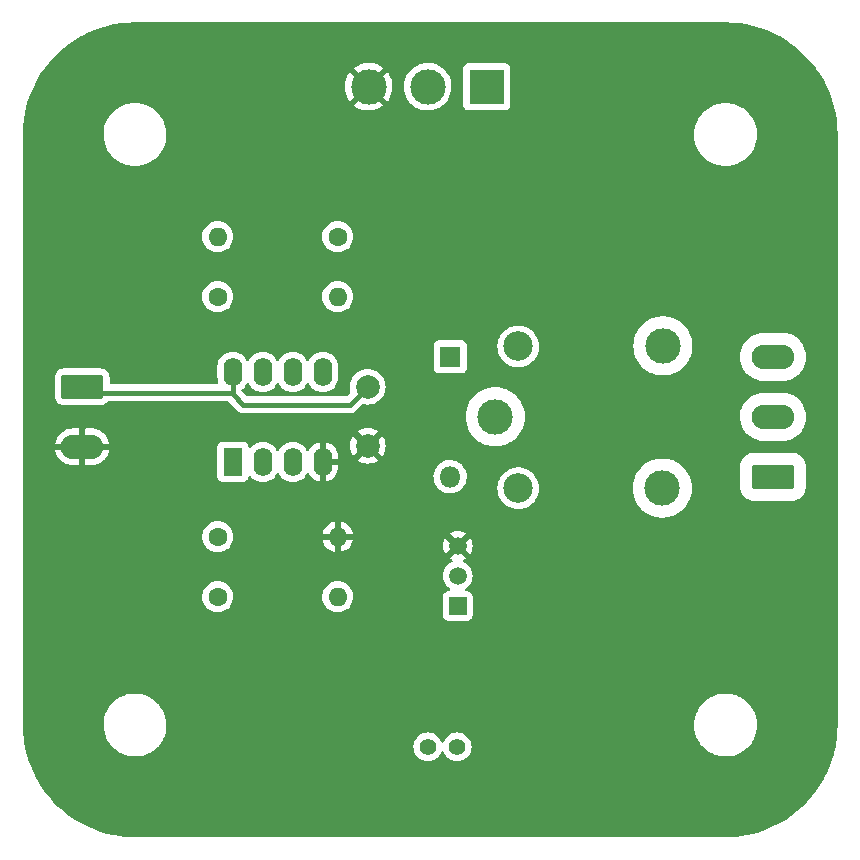
<source format=gbr>
%TF.GenerationSoftware,KiCad,Pcbnew,(6.0.5)*%
%TF.CreationDate,2022-10-10T14:26:01+02:00*%
%TF.ProjectId,termostato_kicad6,7465726d-6f73-4746-9174-6f5f6b696361,rev?*%
%TF.SameCoordinates,Original*%
%TF.FileFunction,Copper,L1,Top*%
%TF.FilePolarity,Positive*%
%FSLAX46Y46*%
G04 Gerber Fmt 4.6, Leading zero omitted, Abs format (unit mm)*
G04 Created by KiCad (PCBNEW (6.0.5)) date 2022-10-10 14:26:01*
%MOMM*%
%LPD*%
G01*
G04 APERTURE LIST*
G04 Aperture macros list*
%AMRoundRect*
0 Rectangle with rounded corners*
0 $1 Rounding radius*
0 $2 $3 $4 $5 $6 $7 $8 $9 X,Y pos of 4 corners*
0 Add a 4 corners polygon primitive as box body*
4,1,4,$2,$3,$4,$5,$6,$7,$8,$9,$2,$3,0*
0 Add four circle primitives for the rounded corners*
1,1,$1+$1,$2,$3*
1,1,$1+$1,$4,$5*
1,1,$1+$1,$6,$7*
1,1,$1+$1,$8,$9*
0 Add four rect primitives between the rounded corners*
20,1,$1+$1,$2,$3,$4,$5,0*
20,1,$1+$1,$4,$5,$6,$7,0*
20,1,$1+$1,$6,$7,$8,$9,0*
20,1,$1+$1,$8,$9,$2,$3,0*%
G04 Aperture macros list end*
%TA.AperFunction,ComponentPad*%
%ADD10RoundRect,0.249999X1.550001X-0.790001X1.550001X0.790001X-1.550001X0.790001X-1.550001X-0.790001X0*%
%TD*%
%TA.AperFunction,ComponentPad*%
%ADD11O,3.600000X2.080000*%
%TD*%
%TA.AperFunction,ComponentPad*%
%ADD12RoundRect,0.249999X-1.550001X0.790001X-1.550001X-0.790001X1.550001X-0.790001X1.550001X0.790001X0*%
%TD*%
%TA.AperFunction,ComponentPad*%
%ADD13R,1.600000X2.400000*%
%TD*%
%TA.AperFunction,ComponentPad*%
%ADD14O,1.600000X2.400000*%
%TD*%
%TA.AperFunction,ComponentPad*%
%ADD15C,1.600000*%
%TD*%
%TA.AperFunction,ComponentPad*%
%ADD16O,1.600000X1.600000*%
%TD*%
%TA.AperFunction,ComponentPad*%
%ADD17C,3.000000*%
%TD*%
%TA.AperFunction,ComponentPad*%
%ADD18C,2.500000*%
%TD*%
%TA.AperFunction,ComponentPad*%
%ADD19R,1.800000X1.800000*%
%TD*%
%TA.AperFunction,ComponentPad*%
%ADD20O,1.800000X1.800000*%
%TD*%
%TA.AperFunction,ComponentPad*%
%ADD21R,3.000000X3.000000*%
%TD*%
%TA.AperFunction,ComponentPad*%
%ADD22C,1.400000*%
%TD*%
%TA.AperFunction,ComponentPad*%
%ADD23C,2.000000*%
%TD*%
%TA.AperFunction,ComponentPad*%
%ADD24R,1.500000X1.500000*%
%TD*%
%TA.AperFunction,ComponentPad*%
%ADD25C,1.500000*%
%TD*%
%TA.AperFunction,Conductor*%
%ADD26C,0.406400*%
%TD*%
G04 APERTURE END LIST*
D10*
%TO.P,X2,1,Pin_1*%
%TO.N,Net-(K1-Pad4)*%
X174022500Y-93980000D03*
D11*
%TO.P,X2,2,Pin_2*%
%TO.N,Net-(K1-Pad3)*%
X174022500Y-88900000D03*
%TO.P,X2,3,Pin_3*%
%TO.N,Net-(K1-Pad1)*%
X174022500Y-83820000D03*
%TD*%
D12*
%TO.P,X1,1,Pin_1*%
%TO.N,+5V*%
X115537500Y-86360000D03*
D11*
%TO.P,X1,2,Pin_2*%
%TO.N,GND*%
X115537500Y-91440000D03*
%TD*%
D13*
%TO.P,U1,1*%
%TO.N,Vout*%
X128280000Y-92725000D03*
D14*
%TO.P,U1,2,-*%
%TO.N,Net-(R1-Pad1)*%
X130820000Y-92725000D03*
%TO.P,U1,3,+*%
%TO.N,Net-(R2-Pad2)*%
X133360000Y-92725000D03*
%TO.P,U1,4,V-*%
%TO.N,GND*%
X135900000Y-92725000D03*
%TO.P,U1,5,+*%
%TO.N,Net-(R4-Pad2)*%
X135900000Y-85105000D03*
%TO.P,U1,6,-*%
%TO.N,Vref*%
X133360000Y-85105000D03*
%TO.P,U1,7*%
X130820000Y-85105000D03*
%TO.P,U1,8,V+*%
%TO.N,+5V*%
X128280000Y-85105000D03*
%TD*%
D15*
%TO.P,R3,1*%
%TO.N,Net-(R2-Pad2)*%
X137160000Y-73660000D03*
D16*
%TO.P,R3,2*%
%TO.N,Vout*%
X127000000Y-73660000D03*
%TD*%
D15*
%TO.P,R5,1*%
%TO.N,Vout*%
X127000000Y-104140000D03*
D16*
%TO.P,R5,2*%
%TO.N,Net-(Q1-Pad2)*%
X137160000Y-104140000D03*
%TD*%
D17*
%TO.P,K1,1*%
%TO.N,Net-(K1-Pad1)*%
X150495000Y-88900000D03*
D18*
%TO.P,K1,2*%
%TO.N,Net-(D1-Pad2)*%
X152445000Y-94950000D03*
D17*
%TO.P,K1,3*%
%TO.N,Net-(K1-Pad3)*%
X164645000Y-94950000D03*
%TO.P,K1,4*%
%TO.N,Net-(K1-Pad4)*%
X164695000Y-82900000D03*
D18*
%TO.P,K1,5*%
%TO.N,+5V*%
X152445000Y-82950000D03*
%TD*%
D19*
%TO.P,D1,1,K*%
%TO.N,+5V*%
X146685000Y-83820000D03*
D20*
%TO.P,D1,2,A*%
%TO.N,Net-(D1-Pad2)*%
X146685000Y-93980000D03*
%TD*%
D21*
%TO.P,R4,1,1*%
%TO.N,+5V*%
X149780000Y-60960000D03*
D17*
%TO.P,R4,2,2*%
%TO.N,Net-(R4-Pad2)*%
X144780000Y-60960000D03*
%TO.P,R4,3,3*%
%TO.N,GND*%
X139780000Y-60960000D03*
%TD*%
D22*
%TO.P,TH1,1*%
%TO.N,+5V*%
X144780000Y-116840000D03*
%TO.P,TH1,2*%
%TO.N,Net-(R1-Pad1)*%
X147280000Y-116840000D03*
%TD*%
D15*
%TO.P,R2,1*%
%TO.N,Vref*%
X127000000Y-78740000D03*
D16*
%TO.P,R2,2*%
%TO.N,Net-(R2-Pad2)*%
X137160000Y-78740000D03*
%TD*%
D15*
%TO.P,R1,1*%
%TO.N,Net-(R1-Pad1)*%
X127000000Y-99060000D03*
D16*
%TO.P,R1,2*%
%TO.N,GND*%
X137160000Y-99060000D03*
%TD*%
D23*
%TO.P,C1,1*%
%TO.N,+5V*%
X139700000Y-86360000D03*
%TO.P,C1,2*%
%TO.N,GND*%
X139700000Y-91360000D03*
%TD*%
D24*
%TO.P,Q1,1,C*%
%TO.N,Net-(D1-Pad2)*%
X147320000Y-104902000D03*
D25*
%TO.P,Q1,2,B*%
%TO.N,Net-(Q1-Pad2)*%
X147320000Y-102362000D03*
%TO.P,Q1,3,E*%
%TO.N,GND*%
X147320000Y-99822000D03*
%TD*%
D26*
%TO.N,+5V*%
X138176000Y-87884000D02*
X129159000Y-87884000D01*
X129159000Y-87884000D02*
X128280000Y-87005000D01*
X128280000Y-87005000D02*
X128280000Y-85105000D01*
X115537500Y-86360000D02*
X116045500Y-86868000D01*
X139700000Y-86360000D02*
X138176000Y-87884000D01*
X128280000Y-86868000D02*
X128280000Y-85105000D01*
X116045500Y-86868000D02*
X128280000Y-86868000D01*
%TD*%
%TA.AperFunction,Conductor*%
%TO.N,GND*%
G36*
X169970018Y-55510000D02*
G01*
X169984851Y-55512310D01*
X169984855Y-55512310D01*
X169993724Y-55513691D01*
X170002626Y-55512527D01*
X170002628Y-55512527D01*
X170011681Y-55511343D01*
X170016837Y-55510669D01*
X170037129Y-55509667D01*
X170592018Y-55527105D01*
X170599918Y-55527602D01*
X170935516Y-55559325D01*
X171185666Y-55582971D01*
X171193501Y-55583961D01*
X171774624Y-55676002D01*
X171782392Y-55677485D01*
X172356582Y-55805832D01*
X172364249Y-55807800D01*
X172634892Y-55886429D01*
X172929245Y-55971946D01*
X172936748Y-55974384D01*
X173490344Y-56173690D01*
X173497672Y-56176592D01*
X174037663Y-56410267D01*
X174044795Y-56413623D01*
X174483568Y-56637189D01*
X174569036Y-56680737D01*
X174575972Y-56684550D01*
X175082394Y-56984047D01*
X175089077Y-56988289D01*
X175575698Y-57318996D01*
X175582102Y-57323649D01*
X176046976Y-57684243D01*
X176053075Y-57689288D01*
X176494414Y-58078380D01*
X176500184Y-58083799D01*
X176916201Y-58499816D01*
X176921620Y-58505586D01*
X177310712Y-58946925D01*
X177315757Y-58953024D01*
X177649879Y-59383770D01*
X177676351Y-59417898D01*
X177681004Y-59424302D01*
X178011711Y-59910923D01*
X178015953Y-59917606D01*
X178315450Y-60424028D01*
X178319263Y-60430964D01*
X178586377Y-60955205D01*
X178589733Y-60962337D01*
X178823408Y-61502328D01*
X178826310Y-61509656D01*
X179025612Y-62063239D01*
X179028054Y-62070755D01*
X179110945Y-62356067D01*
X179192200Y-62635751D01*
X179194168Y-62643418D01*
X179322515Y-63217608D01*
X179323998Y-63225376D01*
X179413549Y-63790773D01*
X179416038Y-63806490D01*
X179417030Y-63814343D01*
X179472398Y-64400082D01*
X179472895Y-64407982D01*
X179490095Y-64955300D01*
X179488657Y-64978642D01*
X179487690Y-64984850D01*
X179487690Y-64984855D01*
X179486309Y-64993724D01*
X179487473Y-65002626D01*
X179487473Y-65002628D01*
X179490436Y-65025283D01*
X179491500Y-65041621D01*
X179491500Y-114950633D01*
X179490000Y-114970018D01*
X179487690Y-114984851D01*
X179487690Y-114984855D01*
X179486309Y-114993724D01*
X179487473Y-115002626D01*
X179487473Y-115002628D01*
X179489331Y-115016834D01*
X179490333Y-115037129D01*
X179472895Y-115592018D01*
X179472398Y-115599918D01*
X179417030Y-116185657D01*
X179416039Y-116193501D01*
X179357105Y-116565597D01*
X179323999Y-116774617D01*
X179322515Y-116782392D01*
X179194168Y-117356582D01*
X179192200Y-117364249D01*
X179147404Y-117518438D01*
X179040202Y-117887434D01*
X179028058Y-117929233D01*
X179025616Y-117936748D01*
X178826310Y-118490344D01*
X178823408Y-118497672D01*
X178589733Y-119037663D01*
X178586377Y-119044795D01*
X178362811Y-119483568D01*
X178319263Y-119569036D01*
X178315450Y-119575972D01*
X178015953Y-120082394D01*
X178011711Y-120089077D01*
X177681004Y-120575698D01*
X177676351Y-120582102D01*
X177315757Y-121046976D01*
X177310712Y-121053075D01*
X176921620Y-121494414D01*
X176916201Y-121500184D01*
X176500184Y-121916201D01*
X176494414Y-121921620D01*
X176053075Y-122310712D01*
X176046976Y-122315757D01*
X175582102Y-122676351D01*
X175575698Y-122681004D01*
X175089077Y-123011711D01*
X175082394Y-123015953D01*
X174575972Y-123315450D01*
X174569036Y-123319263D01*
X174044795Y-123586377D01*
X174037663Y-123589733D01*
X173497672Y-123823408D01*
X173490344Y-123826310D01*
X172936748Y-124025616D01*
X172929245Y-124028054D01*
X172634892Y-124113571D01*
X172364249Y-124192200D01*
X172356582Y-124194168D01*
X171782392Y-124322515D01*
X171774624Y-124323998D01*
X171193501Y-124416039D01*
X171185666Y-124417029D01*
X170935516Y-124440675D01*
X170599918Y-124472398D01*
X170592018Y-124472895D01*
X170044700Y-124490095D01*
X170021358Y-124488657D01*
X170015150Y-124487690D01*
X170015145Y-124487690D01*
X170006276Y-124486309D01*
X169997374Y-124487473D01*
X169997372Y-124487473D01*
X169983166Y-124489331D01*
X169974714Y-124490436D01*
X169958379Y-124491500D01*
X120049367Y-124491500D01*
X120029982Y-124490000D01*
X120015149Y-124487690D01*
X120015145Y-124487690D01*
X120006276Y-124486309D01*
X119997374Y-124487473D01*
X119997372Y-124487473D01*
X119989576Y-124488493D01*
X119983163Y-124489331D01*
X119962871Y-124490333D01*
X119407982Y-124472895D01*
X119400082Y-124472398D01*
X119064484Y-124440675D01*
X118814334Y-124417029D01*
X118806499Y-124416039D01*
X118225376Y-124323998D01*
X118217608Y-124322515D01*
X117643418Y-124194168D01*
X117635751Y-124192200D01*
X117365108Y-124113571D01*
X117070755Y-124028054D01*
X117063252Y-124025616D01*
X116509656Y-123826310D01*
X116502328Y-123823408D01*
X115962337Y-123589733D01*
X115955205Y-123586377D01*
X115430964Y-123319263D01*
X115424028Y-123315450D01*
X114917606Y-123015953D01*
X114910923Y-123011711D01*
X114424302Y-122681004D01*
X114417898Y-122676351D01*
X113953024Y-122315757D01*
X113946925Y-122310712D01*
X113505586Y-121921620D01*
X113499816Y-121916201D01*
X113083799Y-121500184D01*
X113078380Y-121494414D01*
X112689288Y-121053075D01*
X112684243Y-121046976D01*
X112323649Y-120582102D01*
X112318996Y-120575698D01*
X111988289Y-120089077D01*
X111984047Y-120082394D01*
X111684550Y-119575972D01*
X111680737Y-119569036D01*
X111637189Y-119483568D01*
X111413623Y-119044795D01*
X111410267Y-119037663D01*
X111176592Y-118497672D01*
X111173690Y-118490344D01*
X110974384Y-117936748D01*
X110971942Y-117929233D01*
X110959799Y-117887434D01*
X110852596Y-117518438D01*
X110807800Y-117364249D01*
X110805832Y-117356582D01*
X110677485Y-116782392D01*
X110676001Y-116774617D01*
X110642895Y-116565597D01*
X110583961Y-116193501D01*
X110582970Y-116185657D01*
X110527602Y-115599918D01*
X110527105Y-115592018D01*
X110510024Y-115048516D01*
X110510162Y-115046485D01*
X117336854Y-115046485D01*
X117337156Y-115050320D01*
X117355108Y-115278417D01*
X117362370Y-115370695D01*
X117427206Y-115689378D01*
X117530398Y-115997784D01*
X117670405Y-116291316D01*
X117845141Y-116565597D01*
X117847584Y-116568560D01*
X117847585Y-116568562D01*
X118020670Y-116778530D01*
X118052001Y-116816538D01*
X118287902Y-117040399D01*
X118549326Y-117233843D01*
X118602296Y-117263812D01*
X118829019Y-117392086D01*
X118829023Y-117392088D01*
X118832376Y-117393985D01*
X119132832Y-117518438D01*
X119236288Y-117547129D01*
X119442500Y-117604317D01*
X119442508Y-117604319D01*
X119446216Y-117605347D01*
X119767856Y-117653416D01*
X119771154Y-117653560D01*
X119882918Y-117658440D01*
X119882922Y-117658440D01*
X119884294Y-117658500D01*
X120082598Y-117658500D01*
X120324605Y-117643698D01*
X120328388Y-117642997D01*
X120328395Y-117642996D01*
X120528459Y-117605916D01*
X120644372Y-117584433D01*
X120853682Y-117518438D01*
X120950860Y-117487798D01*
X120950863Y-117487797D01*
X120954532Y-117486640D01*
X120958029Y-117485046D01*
X120958035Y-117485044D01*
X121246954Y-117353376D01*
X121246958Y-117353374D01*
X121250462Y-117351777D01*
X121480961Y-117210527D01*
X121524473Y-117183863D01*
X121524476Y-117183861D01*
X121527751Y-117181854D01*
X121530755Y-117179464D01*
X121530760Y-117179461D01*
X121686009Y-117055970D01*
X121782264Y-116979405D01*
X121784958Y-116976664D01*
X121784962Y-116976660D01*
X121919257Y-116840000D01*
X143566884Y-116840000D01*
X143585314Y-117050655D01*
X143586738Y-117055968D01*
X143586738Y-117055970D01*
X143628152Y-117210527D01*
X143640044Y-117254910D01*
X143642366Y-117259891D01*
X143642367Y-117259892D01*
X143691030Y-117364249D01*
X143729411Y-117446558D01*
X143850699Y-117619776D01*
X144000224Y-117769301D01*
X144173442Y-117890589D01*
X144178420Y-117892910D01*
X144178423Y-117892912D01*
X144272458Y-117936761D01*
X144365090Y-117979956D01*
X144370398Y-117981378D01*
X144370400Y-117981379D01*
X144564030Y-118033262D01*
X144564032Y-118033262D01*
X144569345Y-118034686D01*
X144780000Y-118053116D01*
X144990655Y-118034686D01*
X144995968Y-118033262D01*
X144995970Y-118033262D01*
X145189600Y-117981379D01*
X145189602Y-117981378D01*
X145194910Y-117979956D01*
X145287542Y-117936761D01*
X145381577Y-117892912D01*
X145381580Y-117892910D01*
X145386558Y-117890589D01*
X145559776Y-117769301D01*
X145709301Y-117619776D01*
X145830589Y-117446558D01*
X145868971Y-117364249D01*
X145915805Y-117263812D01*
X145962722Y-117210527D01*
X146031000Y-117191066D01*
X146098960Y-117211608D01*
X146144195Y-117263812D01*
X146191030Y-117364249D01*
X146229411Y-117446558D01*
X146350699Y-117619776D01*
X146500224Y-117769301D01*
X146673442Y-117890589D01*
X146678420Y-117892910D01*
X146678423Y-117892912D01*
X146772458Y-117936761D01*
X146865090Y-117979956D01*
X146870398Y-117981378D01*
X146870400Y-117981379D01*
X147064030Y-118033262D01*
X147064032Y-118033262D01*
X147069345Y-118034686D01*
X147280000Y-118053116D01*
X147490655Y-118034686D01*
X147495968Y-118033262D01*
X147495970Y-118033262D01*
X147689600Y-117981379D01*
X147689602Y-117981378D01*
X147694910Y-117979956D01*
X147787542Y-117936761D01*
X147881577Y-117892912D01*
X147881580Y-117892910D01*
X147886558Y-117890589D01*
X148059776Y-117769301D01*
X148209301Y-117619776D01*
X148330589Y-117446558D01*
X148368971Y-117364249D01*
X148417633Y-117259892D01*
X148417634Y-117259891D01*
X148419956Y-117254910D01*
X148431849Y-117210527D01*
X148473262Y-117055970D01*
X148473262Y-117055968D01*
X148474686Y-117050655D01*
X148493116Y-116840000D01*
X148474686Y-116629345D01*
X148437063Y-116488934D01*
X148421379Y-116430400D01*
X148421378Y-116430398D01*
X148419956Y-116425090D01*
X148355959Y-116287848D01*
X148332912Y-116238423D01*
X148332910Y-116238420D01*
X148330589Y-116233442D01*
X148209301Y-116060224D01*
X148059776Y-115910699D01*
X147886558Y-115789411D01*
X147881580Y-115787090D01*
X147881577Y-115787088D01*
X147699892Y-115702367D01*
X147699891Y-115702366D01*
X147694910Y-115700044D01*
X147689602Y-115698622D01*
X147689600Y-115698621D01*
X147495970Y-115646738D01*
X147495968Y-115646738D01*
X147490655Y-115645314D01*
X147280000Y-115626884D01*
X147069345Y-115645314D01*
X147064032Y-115646738D01*
X147064030Y-115646738D01*
X146870400Y-115698621D01*
X146870398Y-115698622D01*
X146865090Y-115700044D01*
X146860109Y-115702366D01*
X146860108Y-115702367D01*
X146678423Y-115787088D01*
X146678420Y-115787090D01*
X146673442Y-115789411D01*
X146500224Y-115910699D01*
X146350699Y-116060224D01*
X146229411Y-116233442D01*
X146227090Y-116238420D01*
X146227088Y-116238423D01*
X146144195Y-116416188D01*
X146097278Y-116469473D01*
X146029000Y-116488934D01*
X145961040Y-116468392D01*
X145915805Y-116416188D01*
X145832912Y-116238423D01*
X145832910Y-116238420D01*
X145830589Y-116233442D01*
X145709301Y-116060224D01*
X145559776Y-115910699D01*
X145386558Y-115789411D01*
X145381580Y-115787090D01*
X145381577Y-115787088D01*
X145199892Y-115702367D01*
X145199891Y-115702366D01*
X145194910Y-115700044D01*
X145189602Y-115698622D01*
X145189600Y-115698621D01*
X144995970Y-115646738D01*
X144995968Y-115646738D01*
X144990655Y-115645314D01*
X144780000Y-115626884D01*
X144569345Y-115645314D01*
X144564032Y-115646738D01*
X144564030Y-115646738D01*
X144370400Y-115698621D01*
X144370398Y-115698622D01*
X144365090Y-115700044D01*
X144360109Y-115702366D01*
X144360108Y-115702367D01*
X144178423Y-115787088D01*
X144178420Y-115787090D01*
X144173442Y-115789411D01*
X144000224Y-115910699D01*
X143850699Y-116060224D01*
X143729411Y-116233442D01*
X143727090Y-116238420D01*
X143727088Y-116238423D01*
X143704041Y-116287848D01*
X143640044Y-116425090D01*
X143638622Y-116430398D01*
X143638621Y-116430400D01*
X143622937Y-116488934D01*
X143585314Y-116629345D01*
X143566884Y-116840000D01*
X121919257Y-116840000D01*
X122007513Y-116750190D01*
X122007517Y-116750185D01*
X122010208Y-116747447D01*
X122208185Y-116489439D01*
X122356044Y-116238423D01*
X122371289Y-116212543D01*
X122371291Y-116212540D01*
X122373242Y-116209227D01*
X122502920Y-115910988D01*
X122595285Y-115599169D01*
X122648961Y-115278417D01*
X122659087Y-115046485D01*
X167336854Y-115046485D01*
X167337156Y-115050320D01*
X167355108Y-115278417D01*
X167362370Y-115370695D01*
X167427206Y-115689378D01*
X167530398Y-115997784D01*
X167670405Y-116291316D01*
X167845141Y-116565597D01*
X167847584Y-116568560D01*
X167847585Y-116568562D01*
X168020670Y-116778530D01*
X168052001Y-116816538D01*
X168287902Y-117040399D01*
X168549326Y-117233843D01*
X168602296Y-117263812D01*
X168829019Y-117392086D01*
X168829023Y-117392088D01*
X168832376Y-117393985D01*
X169132832Y-117518438D01*
X169236288Y-117547129D01*
X169442500Y-117604317D01*
X169442508Y-117604319D01*
X169446216Y-117605347D01*
X169767856Y-117653416D01*
X169771154Y-117653560D01*
X169882918Y-117658440D01*
X169882922Y-117658440D01*
X169884294Y-117658500D01*
X170082598Y-117658500D01*
X170324605Y-117643698D01*
X170328388Y-117642997D01*
X170328395Y-117642996D01*
X170528459Y-117605916D01*
X170644372Y-117584433D01*
X170853682Y-117518438D01*
X170950860Y-117487798D01*
X170950863Y-117487797D01*
X170954532Y-117486640D01*
X170958029Y-117485046D01*
X170958035Y-117485044D01*
X171246954Y-117353376D01*
X171246958Y-117353374D01*
X171250462Y-117351777D01*
X171480961Y-117210527D01*
X171524473Y-117183863D01*
X171524476Y-117183861D01*
X171527751Y-117181854D01*
X171530755Y-117179464D01*
X171530760Y-117179461D01*
X171686009Y-117055970D01*
X171782264Y-116979405D01*
X171784958Y-116976664D01*
X171784962Y-116976660D01*
X172007513Y-116750190D01*
X172007517Y-116750185D01*
X172010208Y-116747447D01*
X172208185Y-116489439D01*
X172356044Y-116238423D01*
X172371289Y-116212543D01*
X172371291Y-116212540D01*
X172373242Y-116209227D01*
X172502920Y-115910988D01*
X172595285Y-115599169D01*
X172648961Y-115278417D01*
X172663146Y-114953515D01*
X172650388Y-114791410D01*
X172637932Y-114633140D01*
X172637932Y-114633137D01*
X172637630Y-114629305D01*
X172572794Y-114310622D01*
X172469602Y-114002216D01*
X172329595Y-113708684D01*
X172154859Y-113434403D01*
X172007470Y-113255606D01*
X171950442Y-113186425D01*
X171950438Y-113186420D01*
X171947999Y-113183462D01*
X171712098Y-112959601D01*
X171450674Y-112766157D01*
X171245781Y-112650234D01*
X171170981Y-112607914D01*
X171170977Y-112607912D01*
X171167624Y-112606015D01*
X170867168Y-112481562D01*
X170763712Y-112452871D01*
X170557500Y-112395683D01*
X170557492Y-112395681D01*
X170553784Y-112394653D01*
X170232144Y-112346584D01*
X170228846Y-112346440D01*
X170117082Y-112341560D01*
X170117078Y-112341560D01*
X170115706Y-112341500D01*
X169917402Y-112341500D01*
X169675395Y-112356302D01*
X169671612Y-112357003D01*
X169671605Y-112357004D01*
X169515511Y-112385935D01*
X169355628Y-112415567D01*
X169171058Y-112473762D01*
X169049140Y-112512202D01*
X169049137Y-112512203D01*
X169045468Y-112513360D01*
X169041971Y-112514954D01*
X169041965Y-112514956D01*
X168753046Y-112646624D01*
X168753042Y-112646626D01*
X168749538Y-112648223D01*
X168472249Y-112818146D01*
X168469245Y-112820536D01*
X168469240Y-112820539D01*
X168344993Y-112919370D01*
X168217736Y-113020595D01*
X168215042Y-113023336D01*
X168215038Y-113023340D01*
X167992487Y-113249810D01*
X167992483Y-113249815D01*
X167989792Y-113252553D01*
X167791815Y-113510561D01*
X167626758Y-113790773D01*
X167497080Y-114089012D01*
X167404715Y-114400831D01*
X167351039Y-114721583D01*
X167336854Y-115046485D01*
X122659087Y-115046485D01*
X122663146Y-114953515D01*
X122650388Y-114791410D01*
X122637932Y-114633140D01*
X122637932Y-114633137D01*
X122637630Y-114629305D01*
X122572794Y-114310622D01*
X122469602Y-114002216D01*
X122329595Y-113708684D01*
X122154859Y-113434403D01*
X122007470Y-113255606D01*
X121950442Y-113186425D01*
X121950438Y-113186420D01*
X121947999Y-113183462D01*
X121712098Y-112959601D01*
X121450674Y-112766157D01*
X121245781Y-112650234D01*
X121170981Y-112607914D01*
X121170977Y-112607912D01*
X121167624Y-112606015D01*
X120867168Y-112481562D01*
X120763712Y-112452871D01*
X120557500Y-112395683D01*
X120557492Y-112395681D01*
X120553784Y-112394653D01*
X120232144Y-112346584D01*
X120228846Y-112346440D01*
X120117082Y-112341560D01*
X120117078Y-112341560D01*
X120115706Y-112341500D01*
X119917402Y-112341500D01*
X119675395Y-112356302D01*
X119671612Y-112357003D01*
X119671605Y-112357004D01*
X119515511Y-112385935D01*
X119355628Y-112415567D01*
X119171058Y-112473762D01*
X119049140Y-112512202D01*
X119049137Y-112512203D01*
X119045468Y-112513360D01*
X119041971Y-112514954D01*
X119041965Y-112514956D01*
X118753046Y-112646624D01*
X118753042Y-112646626D01*
X118749538Y-112648223D01*
X118472249Y-112818146D01*
X118469245Y-112820536D01*
X118469240Y-112820539D01*
X118344992Y-112919371D01*
X118217736Y-113020595D01*
X118215042Y-113023336D01*
X118215038Y-113023340D01*
X117992487Y-113249810D01*
X117992483Y-113249815D01*
X117989792Y-113252553D01*
X117791815Y-113510561D01*
X117626758Y-113790773D01*
X117497080Y-114089012D01*
X117404715Y-114400831D01*
X117351039Y-114721583D01*
X117336854Y-115046485D01*
X110510162Y-115046485D01*
X110511709Y-115023648D01*
X110512770Y-115017345D01*
X110512770Y-115017340D01*
X110513576Y-115012552D01*
X110513729Y-115000000D01*
X110509773Y-114972376D01*
X110508500Y-114954514D01*
X110508500Y-104140000D01*
X125686502Y-104140000D01*
X125706457Y-104368087D01*
X125765716Y-104589243D01*
X125768039Y-104594224D01*
X125768039Y-104594225D01*
X125860151Y-104791762D01*
X125860154Y-104791767D01*
X125862477Y-104796749D01*
X125993802Y-104984300D01*
X126155700Y-105146198D01*
X126160208Y-105149355D01*
X126160211Y-105149357D01*
X126238389Y-105204098D01*
X126343251Y-105277523D01*
X126348233Y-105279846D01*
X126348238Y-105279849D01*
X126545775Y-105371961D01*
X126550757Y-105374284D01*
X126556065Y-105375706D01*
X126556067Y-105375707D01*
X126766598Y-105432119D01*
X126766600Y-105432119D01*
X126771913Y-105433543D01*
X127000000Y-105453498D01*
X127228087Y-105433543D01*
X127233400Y-105432119D01*
X127233402Y-105432119D01*
X127443933Y-105375707D01*
X127443935Y-105375706D01*
X127449243Y-105374284D01*
X127454225Y-105371961D01*
X127651762Y-105279849D01*
X127651767Y-105279846D01*
X127656749Y-105277523D01*
X127761611Y-105204098D01*
X127839789Y-105149357D01*
X127839792Y-105149355D01*
X127844300Y-105146198D01*
X128006198Y-104984300D01*
X128137523Y-104796749D01*
X128139846Y-104791767D01*
X128139849Y-104791762D01*
X128231961Y-104594225D01*
X128231961Y-104594224D01*
X128234284Y-104589243D01*
X128293543Y-104368087D01*
X128313498Y-104140000D01*
X135846502Y-104140000D01*
X135866457Y-104368087D01*
X135925716Y-104589243D01*
X135928039Y-104594224D01*
X135928039Y-104594225D01*
X136020151Y-104791762D01*
X136020154Y-104791767D01*
X136022477Y-104796749D01*
X136153802Y-104984300D01*
X136315700Y-105146198D01*
X136320208Y-105149355D01*
X136320211Y-105149357D01*
X136398389Y-105204098D01*
X136503251Y-105277523D01*
X136508233Y-105279846D01*
X136508238Y-105279849D01*
X136705775Y-105371961D01*
X136710757Y-105374284D01*
X136716065Y-105375706D01*
X136716067Y-105375707D01*
X136926598Y-105432119D01*
X136926600Y-105432119D01*
X136931913Y-105433543D01*
X137160000Y-105453498D01*
X137388087Y-105433543D01*
X137393400Y-105432119D01*
X137393402Y-105432119D01*
X137603933Y-105375707D01*
X137603935Y-105375706D01*
X137609243Y-105374284D01*
X137614225Y-105371961D01*
X137811762Y-105279849D01*
X137811767Y-105279846D01*
X137816749Y-105277523D01*
X137921611Y-105204098D01*
X137999789Y-105149357D01*
X137999792Y-105149355D01*
X138004300Y-105146198D01*
X138166198Y-104984300D01*
X138297523Y-104796749D01*
X138299846Y-104791767D01*
X138299849Y-104791762D01*
X138391961Y-104594225D01*
X138391961Y-104594224D01*
X138394284Y-104589243D01*
X138453543Y-104368087D01*
X138473498Y-104140000D01*
X138453543Y-103911913D01*
X138422462Y-103795919D01*
X138395707Y-103696067D01*
X138395706Y-103696065D01*
X138394284Y-103690757D01*
X138370480Y-103639709D01*
X138299849Y-103488238D01*
X138299846Y-103488233D01*
X138297523Y-103483251D01*
X138224098Y-103378389D01*
X138169357Y-103300211D01*
X138169355Y-103300208D01*
X138166198Y-103295700D01*
X138004300Y-103133802D01*
X137999792Y-103130645D01*
X137999789Y-103130643D01*
X137921611Y-103075902D01*
X137816749Y-103002477D01*
X137811767Y-103000154D01*
X137811762Y-103000151D01*
X137614225Y-102908039D01*
X137614224Y-102908039D01*
X137609243Y-102905716D01*
X137603935Y-102904294D01*
X137603933Y-102904293D01*
X137393402Y-102847881D01*
X137393400Y-102847881D01*
X137388087Y-102846457D01*
X137160000Y-102826502D01*
X136931913Y-102846457D01*
X136926600Y-102847881D01*
X136926598Y-102847881D01*
X136716067Y-102904293D01*
X136716065Y-102904294D01*
X136710757Y-102905716D01*
X136705776Y-102908039D01*
X136705775Y-102908039D01*
X136508238Y-103000151D01*
X136508233Y-103000154D01*
X136503251Y-103002477D01*
X136398389Y-103075902D01*
X136320211Y-103130643D01*
X136320208Y-103130645D01*
X136315700Y-103133802D01*
X136153802Y-103295700D01*
X136150645Y-103300208D01*
X136150643Y-103300211D01*
X136095902Y-103378389D01*
X136022477Y-103483251D01*
X136020154Y-103488233D01*
X136020151Y-103488238D01*
X135949520Y-103639709D01*
X135925716Y-103690757D01*
X135924294Y-103696065D01*
X135924293Y-103696067D01*
X135897538Y-103795919D01*
X135866457Y-103911913D01*
X135846502Y-104140000D01*
X128313498Y-104140000D01*
X128293543Y-103911913D01*
X128262462Y-103795919D01*
X128235707Y-103696067D01*
X128235706Y-103696065D01*
X128234284Y-103690757D01*
X128210480Y-103639709D01*
X128139849Y-103488238D01*
X128139846Y-103488233D01*
X128137523Y-103483251D01*
X128064098Y-103378389D01*
X128009357Y-103300211D01*
X128009355Y-103300208D01*
X128006198Y-103295700D01*
X127844300Y-103133802D01*
X127839792Y-103130645D01*
X127839789Y-103130643D01*
X127761611Y-103075902D01*
X127656749Y-103002477D01*
X127651767Y-103000154D01*
X127651762Y-103000151D01*
X127454225Y-102908039D01*
X127454224Y-102908039D01*
X127449243Y-102905716D01*
X127443935Y-102904294D01*
X127443933Y-102904293D01*
X127233402Y-102847881D01*
X127233400Y-102847881D01*
X127228087Y-102846457D01*
X127000000Y-102826502D01*
X126771913Y-102846457D01*
X126766600Y-102847881D01*
X126766598Y-102847881D01*
X126556067Y-102904293D01*
X126556065Y-102904294D01*
X126550757Y-102905716D01*
X126545776Y-102908039D01*
X126545775Y-102908039D01*
X126348238Y-103000151D01*
X126348233Y-103000154D01*
X126343251Y-103002477D01*
X126238389Y-103075902D01*
X126160211Y-103130643D01*
X126160208Y-103130645D01*
X126155700Y-103133802D01*
X125993802Y-103295700D01*
X125990645Y-103300208D01*
X125990643Y-103300211D01*
X125935902Y-103378389D01*
X125862477Y-103483251D01*
X125860154Y-103488233D01*
X125860151Y-103488238D01*
X125789520Y-103639709D01*
X125765716Y-103690757D01*
X125764294Y-103696065D01*
X125764293Y-103696067D01*
X125737538Y-103795919D01*
X125706457Y-103911913D01*
X125686502Y-104140000D01*
X110508500Y-104140000D01*
X110508500Y-102362000D01*
X146056693Y-102362000D01*
X146075885Y-102581371D01*
X146132880Y-102794076D01*
X146148224Y-102826981D01*
X146223618Y-102988666D01*
X146223621Y-102988671D01*
X146225944Y-102993653D01*
X146229100Y-102998160D01*
X146229101Y-102998162D01*
X146232123Y-103002477D01*
X146352251Y-103174038D01*
X146507962Y-103329749D01*
X146512471Y-103332906D01*
X146512473Y-103332908D01*
X146628694Y-103414287D01*
X146673022Y-103469744D01*
X146680331Y-103540364D01*
X146648300Y-103603724D01*
X146587099Y-103639709D01*
X146556423Y-103643500D01*
X146521866Y-103643500D01*
X146459684Y-103650255D01*
X146323295Y-103701385D01*
X146206739Y-103788739D01*
X146119385Y-103905295D01*
X146068255Y-104041684D01*
X146061500Y-104103866D01*
X146061500Y-105700134D01*
X146068255Y-105762316D01*
X146119385Y-105898705D01*
X146206739Y-106015261D01*
X146323295Y-106102615D01*
X146459684Y-106153745D01*
X146521866Y-106160500D01*
X148118134Y-106160500D01*
X148180316Y-106153745D01*
X148316705Y-106102615D01*
X148433261Y-106015261D01*
X148520615Y-105898705D01*
X148571745Y-105762316D01*
X148578500Y-105700134D01*
X148578500Y-104103866D01*
X148571745Y-104041684D01*
X148520615Y-103905295D01*
X148433261Y-103788739D01*
X148316705Y-103701385D01*
X148180316Y-103650255D01*
X148118134Y-103643500D01*
X148083577Y-103643500D01*
X148015456Y-103623498D01*
X147968963Y-103569842D01*
X147958859Y-103499568D01*
X147988353Y-103434988D01*
X148011306Y-103414287D01*
X148127527Y-103332908D01*
X148127529Y-103332906D01*
X148132038Y-103329749D01*
X148287749Y-103174038D01*
X148407878Y-103002477D01*
X148410899Y-102998162D01*
X148410900Y-102998160D01*
X148414056Y-102993653D01*
X148416379Y-102988671D01*
X148416382Y-102988666D01*
X148491776Y-102826981D01*
X148507120Y-102794076D01*
X148564115Y-102581371D01*
X148583307Y-102362000D01*
X148564115Y-102142629D01*
X148507120Y-101929924D01*
X148463585Y-101836562D01*
X148416382Y-101735334D01*
X148416379Y-101735329D01*
X148414056Y-101730347D01*
X148287749Y-101549962D01*
X148132038Y-101394251D01*
X147951654Y-101267944D01*
X147946672Y-101265621D01*
X147946667Y-101265618D01*
X147818641Y-101205919D01*
X147765356Y-101159002D01*
X147745895Y-101090724D01*
X147766437Y-101022764D01*
X147818641Y-100977529D01*
X147946416Y-100917947D01*
X147955912Y-100912464D01*
X147997148Y-100883590D01*
X148005523Y-100873112D01*
X147998457Y-100859668D01*
X147332811Y-100194021D01*
X147318868Y-100186408D01*
X147317034Y-100186539D01*
X147310420Y-100190790D01*
X146640820Y-100860391D01*
X146634393Y-100872161D01*
X146643687Y-100884175D01*
X146684088Y-100912464D01*
X146693584Y-100917947D01*
X146821359Y-100977529D01*
X146874644Y-101024446D01*
X146894105Y-101092724D01*
X146873563Y-101160684D01*
X146821359Y-101205919D01*
X146693334Y-101265618D01*
X146693329Y-101265621D01*
X146688347Y-101267944D01*
X146683840Y-101271100D01*
X146683838Y-101271101D01*
X146512473Y-101391092D01*
X146512470Y-101391094D01*
X146507962Y-101394251D01*
X146352251Y-101549962D01*
X146225944Y-101730347D01*
X146223621Y-101735329D01*
X146223618Y-101735334D01*
X146176415Y-101836562D01*
X146132880Y-101929924D01*
X146075885Y-102142629D01*
X146056693Y-102362000D01*
X110508500Y-102362000D01*
X110508500Y-99060000D01*
X125686502Y-99060000D01*
X125706457Y-99288087D01*
X125707881Y-99293400D01*
X125707881Y-99293402D01*
X125717031Y-99327548D01*
X125765716Y-99509243D01*
X125768039Y-99514224D01*
X125768039Y-99514225D01*
X125860151Y-99711762D01*
X125860154Y-99711767D01*
X125862477Y-99716749D01*
X125993802Y-99904300D01*
X126155700Y-100066198D01*
X126160208Y-100069355D01*
X126160211Y-100069357D01*
X126238389Y-100124098D01*
X126343251Y-100197523D01*
X126348233Y-100199846D01*
X126348238Y-100199849D01*
X126474847Y-100258887D01*
X126550757Y-100294284D01*
X126556065Y-100295706D01*
X126556067Y-100295707D01*
X126766598Y-100352119D01*
X126766600Y-100352119D01*
X126771913Y-100353543D01*
X127000000Y-100373498D01*
X127228087Y-100353543D01*
X127233400Y-100352119D01*
X127233402Y-100352119D01*
X127443933Y-100295707D01*
X127443935Y-100295706D01*
X127449243Y-100294284D01*
X127525153Y-100258887D01*
X127651762Y-100199849D01*
X127651767Y-100199846D01*
X127656749Y-100197523D01*
X127761611Y-100124098D01*
X127839789Y-100069357D01*
X127839792Y-100069355D01*
X127844300Y-100066198D01*
X128006198Y-99904300D01*
X128137523Y-99716749D01*
X128139846Y-99711767D01*
X128139849Y-99711762D01*
X128231961Y-99514225D01*
X128231961Y-99514224D01*
X128234284Y-99509243D01*
X128282970Y-99327548D01*
X128283245Y-99326522D01*
X135877273Y-99326522D01*
X135924764Y-99503761D01*
X135928510Y-99514053D01*
X136020586Y-99711511D01*
X136026069Y-99721007D01*
X136151028Y-99899467D01*
X136158084Y-99907875D01*
X136312125Y-100061916D01*
X136320533Y-100068972D01*
X136498993Y-100193931D01*
X136508489Y-100199414D01*
X136705947Y-100291490D01*
X136716239Y-100295236D01*
X136888503Y-100341394D01*
X136902599Y-100341058D01*
X136906000Y-100333116D01*
X136906000Y-100327967D01*
X137414000Y-100327967D01*
X137417973Y-100341498D01*
X137426522Y-100342727D01*
X137603761Y-100295236D01*
X137614053Y-100291490D01*
X137811511Y-100199414D01*
X137821007Y-100193931D01*
X137999467Y-100068972D01*
X138007875Y-100061916D01*
X138161916Y-99907875D01*
X138168972Y-99899467D01*
X138219381Y-99827475D01*
X146057674Y-99827475D01*
X146075901Y-100035804D01*
X146077804Y-100046599D01*
X146131928Y-100248595D01*
X146135674Y-100258887D01*
X146224054Y-100448417D01*
X146229534Y-100457907D01*
X146258411Y-100499149D01*
X146268887Y-100507523D01*
X146282334Y-100500455D01*
X146947979Y-99834811D01*
X146954356Y-99823132D01*
X147684408Y-99823132D01*
X147684539Y-99824966D01*
X147688790Y-99831580D01*
X148358391Y-100501180D01*
X148370161Y-100507607D01*
X148382176Y-100498311D01*
X148410466Y-100457907D01*
X148415946Y-100448417D01*
X148504326Y-100258887D01*
X148508072Y-100248595D01*
X148562196Y-100046599D01*
X148564099Y-100035804D01*
X148582326Y-99827475D01*
X148582326Y-99816525D01*
X148564099Y-99608196D01*
X148562196Y-99597401D01*
X148508072Y-99395405D01*
X148504326Y-99385113D01*
X148415946Y-99195583D01*
X148410466Y-99186093D01*
X148381589Y-99144851D01*
X148371113Y-99136477D01*
X148357666Y-99143545D01*
X147692021Y-99809189D01*
X147684408Y-99823132D01*
X146954356Y-99823132D01*
X146955592Y-99820868D01*
X146955461Y-99819034D01*
X146951210Y-99812420D01*
X146281609Y-99142820D01*
X146269839Y-99136393D01*
X146257824Y-99145689D01*
X146229534Y-99186093D01*
X146224054Y-99195583D01*
X146135674Y-99385113D01*
X146131928Y-99395405D01*
X146077804Y-99597401D01*
X146075901Y-99608196D01*
X146057674Y-99816525D01*
X146057674Y-99827475D01*
X138219381Y-99827475D01*
X138293931Y-99721007D01*
X138299414Y-99711511D01*
X138391490Y-99514053D01*
X138395236Y-99503761D01*
X138441394Y-99331497D01*
X138441058Y-99317401D01*
X138433116Y-99314000D01*
X137432115Y-99314000D01*
X137416876Y-99318475D01*
X137415671Y-99319865D01*
X137414000Y-99327548D01*
X137414000Y-100327967D01*
X136906000Y-100327967D01*
X136906000Y-99332115D01*
X136901525Y-99316876D01*
X136900135Y-99315671D01*
X136892452Y-99314000D01*
X135892033Y-99314000D01*
X135878502Y-99317973D01*
X135877273Y-99326522D01*
X128283245Y-99326522D01*
X128292119Y-99293402D01*
X128292119Y-99293400D01*
X128293543Y-99288087D01*
X128313498Y-99060000D01*
X128293543Y-98831913D01*
X128283244Y-98793478D01*
X128281911Y-98788503D01*
X135878606Y-98788503D01*
X135878942Y-98802599D01*
X135886884Y-98806000D01*
X136887885Y-98806000D01*
X136903124Y-98801525D01*
X136904329Y-98800135D01*
X136906000Y-98792452D01*
X136906000Y-98787885D01*
X137414000Y-98787885D01*
X137418475Y-98803124D01*
X137419865Y-98804329D01*
X137427548Y-98806000D01*
X138427967Y-98806000D01*
X138441498Y-98802027D01*
X138442727Y-98793478D01*
X138436674Y-98770887D01*
X146634477Y-98770887D01*
X146641545Y-98784334D01*
X147307189Y-99449979D01*
X147321132Y-99457592D01*
X147322966Y-99457461D01*
X147329580Y-99453210D01*
X147999180Y-98783609D01*
X148005607Y-98771839D01*
X147996313Y-98759825D01*
X147955912Y-98731536D01*
X147946416Y-98726053D01*
X147756887Y-98637674D01*
X147746595Y-98633928D01*
X147544599Y-98579804D01*
X147533804Y-98577901D01*
X147325475Y-98559674D01*
X147314525Y-98559674D01*
X147106196Y-98577901D01*
X147095401Y-98579804D01*
X146893405Y-98633928D01*
X146883113Y-98637674D01*
X146693583Y-98726054D01*
X146684093Y-98731534D01*
X146642851Y-98760411D01*
X146634477Y-98770887D01*
X138436674Y-98770887D01*
X138395236Y-98616239D01*
X138391490Y-98605947D01*
X138299414Y-98408489D01*
X138293931Y-98398993D01*
X138168972Y-98220533D01*
X138161916Y-98212125D01*
X138007875Y-98058084D01*
X137999467Y-98051028D01*
X137821007Y-97926069D01*
X137811511Y-97920586D01*
X137614053Y-97828510D01*
X137603761Y-97824764D01*
X137431497Y-97778606D01*
X137417401Y-97778942D01*
X137414000Y-97786884D01*
X137414000Y-98787885D01*
X136906000Y-98787885D01*
X136906000Y-97792033D01*
X136902027Y-97778502D01*
X136893478Y-97777273D01*
X136716239Y-97824764D01*
X136705947Y-97828510D01*
X136508489Y-97920586D01*
X136498993Y-97926069D01*
X136320533Y-98051028D01*
X136312125Y-98058084D01*
X136158084Y-98212125D01*
X136151028Y-98220533D01*
X136026069Y-98398993D01*
X136020586Y-98408489D01*
X135928510Y-98605947D01*
X135924764Y-98616239D01*
X135878606Y-98788503D01*
X128281911Y-98788503D01*
X128235707Y-98616067D01*
X128235706Y-98616065D01*
X128234284Y-98610757D01*
X128231961Y-98605775D01*
X128139849Y-98408238D01*
X128139846Y-98408233D01*
X128137523Y-98403251D01*
X128006198Y-98215700D01*
X127844300Y-98053802D01*
X127839792Y-98050645D01*
X127839789Y-98050643D01*
X127761611Y-97995902D01*
X127656749Y-97922477D01*
X127651767Y-97920154D01*
X127651762Y-97920151D01*
X127454225Y-97828039D01*
X127454224Y-97828039D01*
X127449243Y-97825716D01*
X127443935Y-97824294D01*
X127443933Y-97824293D01*
X127233402Y-97767881D01*
X127233400Y-97767881D01*
X127228087Y-97766457D01*
X127000000Y-97746502D01*
X126771913Y-97766457D01*
X126766600Y-97767881D01*
X126766598Y-97767881D01*
X126556067Y-97824293D01*
X126556065Y-97824294D01*
X126550757Y-97825716D01*
X126545776Y-97828039D01*
X126545775Y-97828039D01*
X126348238Y-97920151D01*
X126348233Y-97920154D01*
X126343251Y-97922477D01*
X126238389Y-97995902D01*
X126160211Y-98050643D01*
X126160208Y-98050645D01*
X126155700Y-98053802D01*
X125993802Y-98215700D01*
X125862477Y-98403251D01*
X125860154Y-98408233D01*
X125860151Y-98408238D01*
X125768039Y-98605775D01*
X125765716Y-98610757D01*
X125764294Y-98616065D01*
X125764293Y-98616067D01*
X125716756Y-98793478D01*
X125706457Y-98831913D01*
X125686502Y-99060000D01*
X110508500Y-99060000D01*
X110508500Y-93973134D01*
X126971500Y-93973134D01*
X126971869Y-93976531D01*
X126972185Y-93979440D01*
X126978255Y-94035316D01*
X127029385Y-94171705D01*
X127116739Y-94288261D01*
X127233295Y-94375615D01*
X127369684Y-94426745D01*
X127431866Y-94433500D01*
X129128134Y-94433500D01*
X129190316Y-94426745D01*
X129326705Y-94375615D01*
X129443261Y-94288261D01*
X129530615Y-94171705D01*
X129581745Y-94035316D01*
X129582917Y-94024526D01*
X129583803Y-94022394D01*
X129584425Y-94019778D01*
X129584848Y-94019879D01*
X129610155Y-93958965D01*
X129668517Y-93918537D01*
X129739471Y-93916078D01*
X129800490Y-93952371D01*
X129807489Y-93961031D01*
X129810643Y-93964789D01*
X129813802Y-93969300D01*
X129975700Y-94131198D01*
X129980208Y-94134355D01*
X129980211Y-94134357D01*
X129996014Y-94145422D01*
X130163251Y-94262523D01*
X130168233Y-94264846D01*
X130168238Y-94264849D01*
X130364765Y-94356490D01*
X130370757Y-94359284D01*
X130376065Y-94360706D01*
X130376067Y-94360707D01*
X130586598Y-94417119D01*
X130586600Y-94417119D01*
X130591913Y-94418543D01*
X130820000Y-94438498D01*
X131048087Y-94418543D01*
X131053400Y-94417119D01*
X131053402Y-94417119D01*
X131263933Y-94360707D01*
X131263935Y-94360706D01*
X131269243Y-94359284D01*
X131275235Y-94356490D01*
X131471762Y-94264849D01*
X131471767Y-94264846D01*
X131476749Y-94262523D01*
X131643986Y-94145422D01*
X131659789Y-94134357D01*
X131659792Y-94134355D01*
X131664300Y-94131198D01*
X131826198Y-93969300D01*
X131839275Y-93950625D01*
X131954366Y-93786257D01*
X131957523Y-93781749D01*
X131959846Y-93776767D01*
X131959849Y-93776762D01*
X131975805Y-93742543D01*
X132022722Y-93689258D01*
X132090999Y-93669797D01*
X132158959Y-93690339D01*
X132204195Y-93742543D01*
X132220151Y-93776762D01*
X132220154Y-93776767D01*
X132222477Y-93781749D01*
X132225634Y-93786257D01*
X132340726Y-93950625D01*
X132353802Y-93969300D01*
X132515700Y-94131198D01*
X132520208Y-94134355D01*
X132520211Y-94134357D01*
X132536014Y-94145422D01*
X132703251Y-94262523D01*
X132708233Y-94264846D01*
X132708238Y-94264849D01*
X132904765Y-94356490D01*
X132910757Y-94359284D01*
X132916065Y-94360706D01*
X132916067Y-94360707D01*
X133126598Y-94417119D01*
X133126600Y-94417119D01*
X133131913Y-94418543D01*
X133360000Y-94438498D01*
X133588087Y-94418543D01*
X133593400Y-94417119D01*
X133593402Y-94417119D01*
X133803933Y-94360707D01*
X133803935Y-94360706D01*
X133809243Y-94359284D01*
X133815235Y-94356490D01*
X134011762Y-94264849D01*
X134011767Y-94264846D01*
X134016749Y-94262523D01*
X134183986Y-94145422D01*
X134199789Y-94134357D01*
X134199792Y-94134355D01*
X134204300Y-94131198D01*
X134366198Y-93969300D01*
X134379275Y-93950625D01*
X134494366Y-93786257D01*
X134497523Y-93781749D01*
X134499846Y-93776767D01*
X134499849Y-93776762D01*
X134516081Y-93741951D01*
X134562998Y-93688666D01*
X134631275Y-93669205D01*
X134699235Y-93689747D01*
X134744471Y-93741951D01*
X134760586Y-93776511D01*
X134766069Y-93786007D01*
X134891028Y-93964467D01*
X134898084Y-93972875D01*
X135052125Y-94126916D01*
X135060533Y-94133972D01*
X135238993Y-94258931D01*
X135248489Y-94264414D01*
X135445947Y-94356490D01*
X135456239Y-94360236D01*
X135628503Y-94406394D01*
X135642599Y-94406058D01*
X135646000Y-94398116D01*
X135646000Y-94392967D01*
X136154000Y-94392967D01*
X136157973Y-94406498D01*
X136166522Y-94407727D01*
X136343761Y-94360236D01*
X136354053Y-94356490D01*
X136551511Y-94264414D01*
X136561007Y-94258931D01*
X136739467Y-94133972D01*
X136747875Y-94126916D01*
X136901916Y-93972875D01*
X136908972Y-93964467D01*
X136922275Y-93945469D01*
X145272095Y-93945469D01*
X145272392Y-93950622D01*
X145272392Y-93950625D01*
X145278067Y-94049041D01*
X145285427Y-94176697D01*
X145286564Y-94181743D01*
X145286565Y-94181749D01*
X145310569Y-94288261D01*
X145336346Y-94402642D01*
X145338288Y-94407424D01*
X145338289Y-94407428D01*
X145421540Y-94612450D01*
X145423484Y-94617237D01*
X145544501Y-94814719D01*
X145696147Y-94989784D01*
X145874349Y-95137730D01*
X146074322Y-95254584D01*
X146290694Y-95337209D01*
X146295760Y-95338240D01*
X146295761Y-95338240D01*
X146348846Y-95349040D01*
X146517656Y-95383385D01*
X146648324Y-95388176D01*
X146743949Y-95391683D01*
X146743953Y-95391683D01*
X146749113Y-95391872D01*
X146754233Y-95391216D01*
X146754235Y-95391216D01*
X146827270Y-95381860D01*
X146978847Y-95362442D01*
X146983795Y-95360957D01*
X146983802Y-95360956D01*
X147195747Y-95297369D01*
X147200690Y-95295886D01*
X147265747Y-95264015D01*
X147404049Y-95196262D01*
X147404052Y-95196260D01*
X147408684Y-95193991D01*
X147597243Y-95059494D01*
X147753442Y-94903839D01*
X150682173Y-94903839D01*
X150682397Y-94908505D01*
X150682397Y-94908511D01*
X150686301Y-94989784D01*
X150694713Y-95164908D01*
X150745704Y-95421256D01*
X150834026Y-95667252D01*
X150836242Y-95671376D01*
X150946139Y-95875905D01*
X150957737Y-95897491D01*
X150960532Y-95901234D01*
X150960534Y-95901237D01*
X151111330Y-96103177D01*
X151111335Y-96103183D01*
X151114122Y-96106915D01*
X151117431Y-96110195D01*
X151117436Y-96110201D01*
X151296426Y-96287635D01*
X151299743Y-96290923D01*
X151303505Y-96293681D01*
X151303508Y-96293684D01*
X151483576Y-96425715D01*
X151510524Y-96445474D01*
X151514667Y-96447654D01*
X151514669Y-96447655D01*
X151737684Y-96564989D01*
X151737689Y-96564991D01*
X151741834Y-96567172D01*
X151988590Y-96653344D01*
X151993183Y-96654216D01*
X152240785Y-96701224D01*
X152240788Y-96701224D01*
X152245374Y-96702095D01*
X152375958Y-96707226D01*
X152501875Y-96712174D01*
X152501881Y-96712174D01*
X152506543Y-96712357D01*
X152585977Y-96703657D01*
X152761707Y-96684412D01*
X152761712Y-96684411D01*
X152766360Y-96683902D01*
X152827486Y-96667809D01*
X153014594Y-96618548D01*
X153014596Y-96618547D01*
X153019117Y-96617357D01*
X153259262Y-96514182D01*
X153481519Y-96376646D01*
X153485082Y-96373629D01*
X153485087Y-96373626D01*
X153677439Y-96210787D01*
X153677440Y-96210786D01*
X153681005Y-96207768D01*
X153845236Y-96020499D01*
X153850257Y-96014774D01*
X153850261Y-96014769D01*
X153853339Y-96011259D01*
X153889569Y-95954934D01*
X153992205Y-95795367D01*
X153994733Y-95791437D01*
X154102083Y-95553129D01*
X154150247Y-95382355D01*
X154171760Y-95306076D01*
X154171761Y-95306073D01*
X154173030Y-95301572D01*
X154187336Y-95189113D01*
X154205616Y-95045421D01*
X154205616Y-95045417D01*
X154206014Y-95042291D01*
X154208431Y-94950000D01*
X162139556Y-94950000D01*
X162159312Y-95264015D01*
X162218269Y-95573079D01*
X162315497Y-95872315D01*
X162317184Y-95875901D01*
X162317186Y-95875905D01*
X162447775Y-96153421D01*
X162447779Y-96153428D01*
X162449463Y-96157007D01*
X162618053Y-96422663D01*
X162620578Y-96425715D01*
X162808890Y-96653344D01*
X162818610Y-96665094D01*
X162821500Y-96667808D01*
X162821501Y-96667809D01*
X162857084Y-96701224D01*
X163047970Y-96880478D01*
X163051172Y-96882805D01*
X163051174Y-96882806D01*
X163299307Y-97063085D01*
X163299312Y-97063088D01*
X163302516Y-97065416D01*
X163578234Y-97216994D01*
X163737637Y-97280106D01*
X163867092Y-97331361D01*
X163867095Y-97331362D01*
X163870775Y-97332819D01*
X163874609Y-97333803D01*
X163874617Y-97333806D01*
X164063074Y-97382193D01*
X164175527Y-97411066D01*
X164179455Y-97411562D01*
X164179459Y-97411563D01*
X164303375Y-97427217D01*
X164487682Y-97450500D01*
X164802318Y-97450500D01*
X164986625Y-97427217D01*
X165110541Y-97411563D01*
X165110545Y-97411562D01*
X165114473Y-97411066D01*
X165226926Y-97382193D01*
X165415383Y-97333806D01*
X165415391Y-97333803D01*
X165419225Y-97332819D01*
X165422905Y-97331362D01*
X165422908Y-97331361D01*
X165552363Y-97280106D01*
X165711766Y-97216994D01*
X165987484Y-97065416D01*
X165990688Y-97063088D01*
X165990693Y-97063085D01*
X166238826Y-96882806D01*
X166238828Y-96882805D01*
X166242030Y-96880478D01*
X166432916Y-96701224D01*
X166468499Y-96667809D01*
X166468500Y-96667808D01*
X166471390Y-96665094D01*
X166481111Y-96653344D01*
X166669422Y-96425715D01*
X166671947Y-96422663D01*
X166840537Y-96157007D01*
X166842221Y-96153428D01*
X166842225Y-96153421D01*
X166972814Y-95875905D01*
X166972816Y-95875901D01*
X166974503Y-95872315D01*
X167071731Y-95573079D01*
X167130688Y-95264015D01*
X167150444Y-94950000D01*
X167130688Y-94635985D01*
X167071731Y-94326921D01*
X166979387Y-94042715D01*
X166975729Y-94031458D01*
X166975729Y-94031457D01*
X166974503Y-94027685D01*
X166972814Y-94024095D01*
X166842225Y-93746579D01*
X166842221Y-93746572D01*
X166840537Y-93742993D01*
X166671947Y-93477337D01*
X166471390Y-93234906D01*
X166357399Y-93127861D01*
X171222000Y-93127861D01*
X171222001Y-94832138D01*
X171233449Y-94972903D01*
X171234783Y-94978099D01*
X171234784Y-94978104D01*
X171254746Y-95055850D01*
X171288963Y-95189113D01*
X171291299Y-95194216D01*
X171291300Y-95194218D01*
X171321441Y-95260052D01*
X171381886Y-95392076D01*
X171385086Y-95396680D01*
X171385087Y-95396682D01*
X171405221Y-95425651D01*
X171509282Y-95575375D01*
X171667125Y-95733218D01*
X171850424Y-95860614D01*
X171883823Y-95875905D01*
X172048282Y-95951200D01*
X172048284Y-95951201D01*
X172053387Y-95953537D01*
X172269597Y-96009051D01*
X172333731Y-96014267D01*
X172407810Y-96020293D01*
X172407822Y-96020293D01*
X172410361Y-96020500D01*
X174021869Y-96020500D01*
X175634638Y-96020499D01*
X175775403Y-96009051D01*
X175780599Y-96007717D01*
X175780604Y-96007716D01*
X175986172Y-95954934D01*
X175991613Y-95953537D01*
X175996716Y-95951201D01*
X175996718Y-95951200D01*
X176161177Y-95875905D01*
X176194576Y-95860614D01*
X176377875Y-95733218D01*
X176535718Y-95575375D01*
X176639779Y-95425651D01*
X176659913Y-95396682D01*
X176659914Y-95396680D01*
X176663114Y-95392076D01*
X176723559Y-95260052D01*
X176753700Y-95194218D01*
X176753701Y-95194216D01*
X176756037Y-95189113D01*
X176811551Y-94972903D01*
X176817547Y-94899185D01*
X176822793Y-94834690D01*
X176822793Y-94834678D01*
X176823000Y-94832139D01*
X176822999Y-93127862D01*
X176811551Y-92987097D01*
X176810216Y-92981895D01*
X176757434Y-92776328D01*
X176756037Y-92770887D01*
X176663114Y-92567924D01*
X176535718Y-92384625D01*
X176377875Y-92226782D01*
X176248105Y-92136589D01*
X176199182Y-92102587D01*
X176199180Y-92102586D01*
X176194576Y-92099386D01*
X175997264Y-92009050D01*
X175996718Y-92008800D01*
X175996716Y-92008799D01*
X175991613Y-92006463D01*
X175775403Y-91950949D01*
X175711269Y-91945733D01*
X175637190Y-91939707D01*
X175637178Y-91939707D01*
X175634639Y-91939500D01*
X174023131Y-91939500D01*
X172410362Y-91939501D01*
X172269597Y-91950949D01*
X172264401Y-91952283D01*
X172264396Y-91952284D01*
X172133368Y-91985927D01*
X172053387Y-92006463D01*
X172048284Y-92008799D01*
X172048282Y-92008800D01*
X172047736Y-92009050D01*
X171850424Y-92099386D01*
X171845820Y-92102586D01*
X171845818Y-92102587D01*
X171796895Y-92136589D01*
X171667125Y-92226782D01*
X171509282Y-92384625D01*
X171381886Y-92567924D01*
X171288963Y-92770887D01*
X171233449Y-92987097D01*
X171231001Y-93017194D01*
X171222208Y-93125309D01*
X171222000Y-93127861D01*
X166357399Y-93127861D01*
X166242030Y-93019522D01*
X166238826Y-93017194D01*
X165990693Y-92836915D01*
X165990688Y-92836912D01*
X165987484Y-92834584D01*
X165838407Y-92752628D01*
X165715228Y-92684909D01*
X165715225Y-92684907D01*
X165711766Y-92683006D01*
X165513149Y-92604368D01*
X165422908Y-92568639D01*
X165422905Y-92568638D01*
X165419225Y-92567181D01*
X165415391Y-92566197D01*
X165415383Y-92566194D01*
X165215686Y-92514921D01*
X165114473Y-92488934D01*
X165110545Y-92488438D01*
X165110541Y-92488437D01*
X164986625Y-92472783D01*
X164802318Y-92449500D01*
X164487682Y-92449500D01*
X164303375Y-92472783D01*
X164179459Y-92488437D01*
X164179455Y-92488438D01*
X164175527Y-92488934D01*
X164074314Y-92514921D01*
X163874617Y-92566194D01*
X163874609Y-92566197D01*
X163870775Y-92567181D01*
X163867095Y-92568638D01*
X163867092Y-92568639D01*
X163776851Y-92604368D01*
X163578234Y-92683006D01*
X163574775Y-92684907D01*
X163574772Y-92684909D01*
X163451593Y-92752628D01*
X163302516Y-92834584D01*
X163299312Y-92836912D01*
X163299307Y-92836915D01*
X163051174Y-93017194D01*
X163047970Y-93019522D01*
X162818610Y-93234906D01*
X162618053Y-93477337D01*
X162449463Y-93742993D01*
X162447779Y-93746572D01*
X162447775Y-93746579D01*
X162317186Y-94024095D01*
X162315497Y-94027685D01*
X162314271Y-94031457D01*
X162314271Y-94031458D01*
X162310613Y-94042715D01*
X162218269Y-94326921D01*
X162159312Y-94635985D01*
X162139556Y-94950000D01*
X154208431Y-94950000D01*
X154204655Y-94899185D01*
X154189407Y-94694000D01*
X154189406Y-94693996D01*
X154189061Y-94689348D01*
X154177725Y-94639248D01*
X154132408Y-94438980D01*
X154131377Y-94434423D01*
X154128391Y-94426745D01*
X154038340Y-94195176D01*
X154038339Y-94195173D01*
X154036647Y-94190823D01*
X153906951Y-93963902D01*
X153745138Y-93758643D01*
X153554763Y-93579557D01*
X153340009Y-93430576D01*
X153335816Y-93428508D01*
X153109781Y-93317040D01*
X153109778Y-93317039D01*
X153105593Y-93314975D01*
X153096709Y-93312131D01*
X152861123Y-93236720D01*
X152856665Y-93235293D01*
X152598693Y-93193279D01*
X152484942Y-93191790D01*
X152342022Y-93189919D01*
X152342019Y-93189919D01*
X152337345Y-93189858D01*
X152078362Y-93225104D01*
X152073876Y-93226412D01*
X152073874Y-93226412D01*
X152045988Y-93234540D01*
X151827433Y-93298243D01*
X151823180Y-93300203D01*
X151823179Y-93300204D01*
X151787032Y-93316868D01*
X151590072Y-93407668D01*
X151551067Y-93433241D01*
X151375404Y-93548410D01*
X151375399Y-93548414D01*
X151371491Y-93550976D01*
X151176494Y-93725018D01*
X151009363Y-93925970D01*
X151006934Y-93929973D01*
X150882911Y-94134357D01*
X150873771Y-94149419D01*
X150772697Y-94390455D01*
X150708359Y-94643783D01*
X150682173Y-94903839D01*
X147753442Y-94903839D01*
X147761303Y-94896005D01*
X147896458Y-94707917D01*
X147905636Y-94689348D01*
X147996784Y-94504922D01*
X147996785Y-94504920D01*
X147999078Y-94500280D01*
X148066408Y-94278671D01*
X148096640Y-94049041D01*
X148096795Y-94042715D01*
X148098245Y-93983365D01*
X148098245Y-93983361D01*
X148098327Y-93980000D01*
X148092032Y-93903434D01*
X148079773Y-93754318D01*
X148079772Y-93754312D01*
X148079349Y-93749167D01*
X148036746Y-93579557D01*
X148024184Y-93529544D01*
X148024183Y-93529540D01*
X148022925Y-93524533D01*
X148020866Y-93519797D01*
X147932630Y-93316868D01*
X147932628Y-93316865D01*
X147930570Y-93312131D01*
X147804764Y-93117665D01*
X147648887Y-92946358D01*
X147644836Y-92943159D01*
X147644832Y-92943155D01*
X147471177Y-92806011D01*
X147471172Y-92806008D01*
X147467123Y-92802810D01*
X147462607Y-92800317D01*
X147462604Y-92800315D01*
X147268879Y-92693373D01*
X147268875Y-92693371D01*
X147264355Y-92690876D01*
X147259486Y-92689152D01*
X147259482Y-92689150D01*
X147050903Y-92615288D01*
X147050899Y-92615287D01*
X147046028Y-92613562D01*
X147040935Y-92612655D01*
X147040932Y-92612654D01*
X146823095Y-92573851D01*
X146823089Y-92573850D01*
X146818006Y-92572945D01*
X146745096Y-92572054D01*
X146591581Y-92570179D01*
X146591579Y-92570179D01*
X146586411Y-92570116D01*
X146357464Y-92605150D01*
X146137314Y-92677106D01*
X146132726Y-92679494D01*
X146132722Y-92679496D01*
X145936461Y-92781663D01*
X145931872Y-92784052D01*
X145927739Y-92787155D01*
X145927736Y-92787157D01*
X145750790Y-92920012D01*
X145746655Y-92923117D01*
X145586639Y-93090564D01*
X145583725Y-93094836D01*
X145583724Y-93094837D01*
X145562937Y-93125310D01*
X145456119Y-93281899D01*
X145358602Y-93491981D01*
X145296707Y-93715169D01*
X145272095Y-93945469D01*
X136922275Y-93945469D01*
X137033931Y-93786007D01*
X137039414Y-93776511D01*
X137131490Y-93579053D01*
X137135236Y-93568761D01*
X137191625Y-93358312D01*
X137193528Y-93347519D01*
X137207762Y-93184830D01*
X137208000Y-93179365D01*
X137208000Y-92997115D01*
X137203525Y-92981876D01*
X137202135Y-92980671D01*
X137194452Y-92979000D01*
X136172115Y-92979000D01*
X136156876Y-92983475D01*
X136155671Y-92984865D01*
X136154000Y-92992548D01*
X136154000Y-94392967D01*
X135646000Y-94392967D01*
X135646000Y-92592670D01*
X138832160Y-92592670D01*
X138837887Y-92600320D01*
X139009042Y-92705205D01*
X139017837Y-92709687D01*
X139227988Y-92796734D01*
X139237373Y-92799783D01*
X139458554Y-92852885D01*
X139468301Y-92854428D01*
X139695070Y-92872275D01*
X139704930Y-92872275D01*
X139931699Y-92854428D01*
X139941446Y-92852885D01*
X140162627Y-92799783D01*
X140172012Y-92796734D01*
X140382163Y-92709687D01*
X140390958Y-92705205D01*
X140558445Y-92602568D01*
X140567907Y-92592110D01*
X140564124Y-92583334D01*
X139712812Y-91732022D01*
X139698868Y-91724408D01*
X139697035Y-91724539D01*
X139690420Y-91728790D01*
X138838920Y-92580290D01*
X138832160Y-92592670D01*
X135646000Y-92592670D01*
X135646000Y-92452885D01*
X136154000Y-92452885D01*
X136158475Y-92468124D01*
X136159865Y-92469329D01*
X136167548Y-92471000D01*
X137189885Y-92471000D01*
X137205124Y-92466525D01*
X137206329Y-92465135D01*
X137208000Y-92457452D01*
X137208000Y-92270635D01*
X137207762Y-92265170D01*
X137193528Y-92102481D01*
X137191625Y-92091688D01*
X137135236Y-91881239D01*
X137131490Y-91870947D01*
X137039414Y-91673489D01*
X137033931Y-91663993D01*
X136908972Y-91485533D01*
X136901916Y-91477125D01*
X136789721Y-91364930D01*
X138187725Y-91364930D01*
X138205572Y-91591699D01*
X138207115Y-91601446D01*
X138260217Y-91822627D01*
X138263266Y-91832012D01*
X138350313Y-92042163D01*
X138354795Y-92050958D01*
X138457432Y-92218445D01*
X138467890Y-92227907D01*
X138476666Y-92224124D01*
X139327978Y-91372812D01*
X139334356Y-91361132D01*
X140064408Y-91361132D01*
X140064539Y-91362965D01*
X140068790Y-91369580D01*
X140920290Y-92221080D01*
X140932670Y-92227840D01*
X140940320Y-92222113D01*
X141045205Y-92050958D01*
X141049687Y-92042163D01*
X141136734Y-91832012D01*
X141139783Y-91822627D01*
X141192885Y-91601446D01*
X141194428Y-91591699D01*
X141212275Y-91364930D01*
X141212275Y-91355070D01*
X141194428Y-91128301D01*
X141192885Y-91118554D01*
X141139783Y-90897373D01*
X141136734Y-90887988D01*
X141049687Y-90677837D01*
X141045205Y-90669042D01*
X140942568Y-90501555D01*
X140932110Y-90492093D01*
X140923334Y-90495876D01*
X140072022Y-91347188D01*
X140064408Y-91361132D01*
X139334356Y-91361132D01*
X139335592Y-91358868D01*
X139335461Y-91357035D01*
X139331210Y-91350420D01*
X138479710Y-90498920D01*
X138467330Y-90492160D01*
X138459680Y-90497887D01*
X138354795Y-90669042D01*
X138350313Y-90677837D01*
X138263266Y-90887988D01*
X138260217Y-90897373D01*
X138207115Y-91118554D01*
X138205572Y-91128301D01*
X138187725Y-91355070D01*
X138187725Y-91364930D01*
X136789721Y-91364930D01*
X136747875Y-91323084D01*
X136739467Y-91316028D01*
X136561007Y-91191069D01*
X136551511Y-91185586D01*
X136354053Y-91093510D01*
X136343761Y-91089764D01*
X136171497Y-91043606D01*
X136157401Y-91043942D01*
X136154000Y-91051884D01*
X136154000Y-92452885D01*
X135646000Y-92452885D01*
X135646000Y-91057033D01*
X135642027Y-91043502D01*
X135633478Y-91042273D01*
X135456239Y-91089764D01*
X135445947Y-91093510D01*
X135248489Y-91185586D01*
X135238993Y-91191069D01*
X135060533Y-91316028D01*
X135052125Y-91323084D01*
X134898084Y-91477125D01*
X134891028Y-91485533D01*
X134766069Y-91663993D01*
X134760586Y-91673489D01*
X134744471Y-91708049D01*
X134697554Y-91761334D01*
X134629277Y-91780795D01*
X134561317Y-91760253D01*
X134516081Y-91708049D01*
X134499849Y-91673238D01*
X134499846Y-91673233D01*
X134497523Y-91668251D01*
X134366198Y-91480700D01*
X134204300Y-91318802D01*
X134199792Y-91315645D01*
X134199789Y-91315643D01*
X134121611Y-91260902D01*
X134016749Y-91187477D01*
X134011767Y-91185154D01*
X134011762Y-91185151D01*
X133814225Y-91093039D01*
X133814224Y-91093039D01*
X133809243Y-91090716D01*
X133803935Y-91089294D01*
X133803933Y-91089293D01*
X133593402Y-91032881D01*
X133593400Y-91032881D01*
X133588087Y-91031457D01*
X133360000Y-91011502D01*
X133131913Y-91031457D01*
X133126600Y-91032881D01*
X133126598Y-91032881D01*
X132916067Y-91089293D01*
X132916065Y-91089294D01*
X132910757Y-91090716D01*
X132905776Y-91093039D01*
X132905775Y-91093039D01*
X132708238Y-91185151D01*
X132708233Y-91185154D01*
X132703251Y-91187477D01*
X132598389Y-91260902D01*
X132520211Y-91315643D01*
X132520208Y-91315645D01*
X132515700Y-91318802D01*
X132353802Y-91480700D01*
X132222477Y-91668251D01*
X132220154Y-91673233D01*
X132220151Y-91673238D01*
X132204195Y-91707457D01*
X132157278Y-91760742D01*
X132089001Y-91780203D01*
X132021041Y-91759661D01*
X131975805Y-91707457D01*
X131959849Y-91673238D01*
X131959846Y-91673233D01*
X131957523Y-91668251D01*
X131826198Y-91480700D01*
X131664300Y-91318802D01*
X131659792Y-91315645D01*
X131659789Y-91315643D01*
X131581611Y-91260902D01*
X131476749Y-91187477D01*
X131471767Y-91185154D01*
X131471762Y-91185151D01*
X131274225Y-91093039D01*
X131274224Y-91093039D01*
X131269243Y-91090716D01*
X131263935Y-91089294D01*
X131263933Y-91089293D01*
X131053402Y-91032881D01*
X131053400Y-91032881D01*
X131048087Y-91031457D01*
X130820000Y-91011502D01*
X130591913Y-91031457D01*
X130586600Y-91032881D01*
X130586598Y-91032881D01*
X130376067Y-91089293D01*
X130376065Y-91089294D01*
X130370757Y-91090716D01*
X130365776Y-91093039D01*
X130365775Y-91093039D01*
X130168238Y-91185151D01*
X130168233Y-91185154D01*
X130163251Y-91187477D01*
X130058389Y-91260902D01*
X129980211Y-91315643D01*
X129980208Y-91315645D01*
X129975700Y-91318802D01*
X129813802Y-91480700D01*
X129810643Y-91485211D01*
X129807108Y-91489424D01*
X129805974Y-91488473D01*
X129755929Y-91528471D01*
X129685310Y-91535776D01*
X129621951Y-91503742D01*
X129585970Y-91442538D01*
X129582918Y-91425483D01*
X129581745Y-91414684D01*
X129530615Y-91278295D01*
X129443261Y-91161739D01*
X129326705Y-91074385D01*
X129190316Y-91023255D01*
X129128134Y-91016500D01*
X127431866Y-91016500D01*
X127369684Y-91023255D01*
X127233295Y-91074385D01*
X127116739Y-91161739D01*
X127029385Y-91278295D01*
X126978255Y-91414684D01*
X126971500Y-91476866D01*
X126971500Y-93973134D01*
X110508500Y-93973134D01*
X110508500Y-91711114D01*
X113250507Y-91711114D01*
X113253460Y-91736631D01*
X113255419Y-91746521D01*
X113320489Y-91976476D01*
X113324003Y-91985927D01*
X113425006Y-92202528D01*
X113429985Y-92211292D01*
X113564314Y-92408951D01*
X113570638Y-92416815D01*
X113734836Y-92590451D01*
X113742343Y-92597210D01*
X113932188Y-92742357D01*
X113940667Y-92747821D01*
X114151283Y-92860752D01*
X114160529Y-92864792D01*
X114386487Y-92942596D01*
X114396268Y-92945107D01*
X114632834Y-92985969D01*
X114640706Y-92986824D01*
X114665185Y-92987936D01*
X114668018Y-92988000D01*
X115265385Y-92988000D01*
X115280624Y-92983525D01*
X115281829Y-92982135D01*
X115283500Y-92974452D01*
X115283500Y-92969885D01*
X115791500Y-92969885D01*
X115795975Y-92985124D01*
X115797365Y-92986329D01*
X115805048Y-92988000D01*
X116357572Y-92988000D01*
X116362604Y-92987798D01*
X116540759Y-92973464D01*
X116550712Y-92971852D01*
X116782800Y-92914846D01*
X116792370Y-92911663D01*
X117012360Y-92818282D01*
X117021299Y-92813608D01*
X117223524Y-92686261D01*
X117231599Y-92680220D01*
X117410868Y-92522173D01*
X117417871Y-92514921D01*
X117569562Y-92330250D01*
X117575318Y-92321967D01*
X117695531Y-92115421D01*
X117699893Y-92106316D01*
X117785534Y-91883215D01*
X117788385Y-91873526D01*
X117822185Y-91711736D01*
X117821062Y-91697675D01*
X117810954Y-91694000D01*
X115809615Y-91694000D01*
X115794376Y-91698475D01*
X115793171Y-91699865D01*
X115791500Y-91707548D01*
X115791500Y-92969885D01*
X115283500Y-92969885D01*
X115283500Y-91712115D01*
X115279025Y-91696876D01*
X115277635Y-91695671D01*
X115269952Y-91694000D01*
X113266642Y-91694000D01*
X113252556Y-91698136D01*
X113250507Y-91711114D01*
X110508500Y-91711114D01*
X110508500Y-91168264D01*
X113252815Y-91168264D01*
X113253938Y-91182325D01*
X113264046Y-91186000D01*
X115265385Y-91186000D01*
X115280624Y-91181525D01*
X115281829Y-91180135D01*
X115283500Y-91172452D01*
X115283500Y-91167885D01*
X115791500Y-91167885D01*
X115795975Y-91183124D01*
X115797365Y-91184329D01*
X115805048Y-91186000D01*
X117808358Y-91186000D01*
X117822444Y-91181864D01*
X117824493Y-91168886D01*
X117821540Y-91143369D01*
X117819581Y-91133479D01*
X117754511Y-90903524D01*
X117750997Y-90894073D01*
X117649994Y-90677472D01*
X117645015Y-90668708D01*
X117510686Y-90471049D01*
X117504362Y-90463185D01*
X117340164Y-90289549D01*
X117332657Y-90282790D01*
X117142812Y-90137643D01*
X117134333Y-90132179D01*
X117126334Y-90127890D01*
X138832093Y-90127890D01*
X138835876Y-90136666D01*
X139687188Y-90987978D01*
X139701132Y-90995592D01*
X139702965Y-90995461D01*
X139709580Y-90991210D01*
X140561080Y-90139710D01*
X140567840Y-90127330D01*
X140562113Y-90119680D01*
X140390958Y-90014795D01*
X140382163Y-90010313D01*
X140172012Y-89923266D01*
X140162627Y-89920217D01*
X139941446Y-89867115D01*
X139931699Y-89865572D01*
X139704930Y-89847725D01*
X139695070Y-89847725D01*
X139468301Y-89865572D01*
X139458554Y-89867115D01*
X139237373Y-89920217D01*
X139227988Y-89923266D01*
X139017837Y-90010313D01*
X139009042Y-90014795D01*
X138841555Y-90117432D01*
X138832093Y-90127890D01*
X117126334Y-90127890D01*
X116923717Y-90019248D01*
X116914471Y-90015208D01*
X116688513Y-89937404D01*
X116678732Y-89934893D01*
X116442166Y-89894031D01*
X116434294Y-89893176D01*
X116409815Y-89892064D01*
X116406982Y-89892000D01*
X115809615Y-89892000D01*
X115794376Y-89896475D01*
X115793171Y-89897865D01*
X115791500Y-89905548D01*
X115791500Y-91167885D01*
X115283500Y-91167885D01*
X115283500Y-89910115D01*
X115279025Y-89894876D01*
X115277635Y-89893671D01*
X115269952Y-89892000D01*
X114717428Y-89892000D01*
X114712396Y-89892202D01*
X114534241Y-89906536D01*
X114524288Y-89908148D01*
X114292200Y-89965154D01*
X114282630Y-89968337D01*
X114062640Y-90061718D01*
X114053701Y-90066392D01*
X113851476Y-90193739D01*
X113843401Y-90199780D01*
X113664132Y-90357827D01*
X113657129Y-90365079D01*
X113505438Y-90549750D01*
X113499682Y-90558033D01*
X113379469Y-90764579D01*
X113375107Y-90773684D01*
X113289466Y-90996785D01*
X113286615Y-91006474D01*
X113252815Y-91168264D01*
X110508500Y-91168264D01*
X110508500Y-88900000D01*
X147989556Y-88900000D01*
X148009312Y-89214015D01*
X148068269Y-89523079D01*
X148165497Y-89822315D01*
X148167184Y-89825901D01*
X148167186Y-89825905D01*
X148297775Y-90103421D01*
X148297779Y-90103428D01*
X148299463Y-90107007D01*
X148301587Y-90110353D01*
X148301587Y-90110354D01*
X148312360Y-90127330D01*
X148468053Y-90372663D01*
X148470578Y-90375715D01*
X148614553Y-90549750D01*
X148668610Y-90615094D01*
X148897970Y-90830478D01*
X148901172Y-90832805D01*
X148901174Y-90832806D01*
X149149307Y-91013085D01*
X149149312Y-91013088D01*
X149152516Y-91015416D01*
X149218851Y-91051884D01*
X149367271Y-91133479D01*
X149428234Y-91166994D01*
X149487942Y-91190634D01*
X149717092Y-91281361D01*
X149717095Y-91281362D01*
X149720775Y-91282819D01*
X149724609Y-91283803D01*
X149724617Y-91283806D01*
X149913074Y-91332193D01*
X150025527Y-91361066D01*
X150029455Y-91361562D01*
X150029459Y-91361563D01*
X150153375Y-91377217D01*
X150337682Y-91400500D01*
X150652318Y-91400500D01*
X150836625Y-91377217D01*
X150960541Y-91361563D01*
X150960545Y-91361562D01*
X150964473Y-91361066D01*
X151076926Y-91332193D01*
X151265383Y-91283806D01*
X151265391Y-91283803D01*
X151269225Y-91282819D01*
X151272905Y-91281362D01*
X151272908Y-91281361D01*
X151502058Y-91190634D01*
X151561766Y-91166994D01*
X151622730Y-91133479D01*
X151771149Y-91051884D01*
X151837484Y-91015416D01*
X151840688Y-91013088D01*
X151840693Y-91013085D01*
X152088826Y-90832806D01*
X152088828Y-90832805D01*
X152092030Y-90830478D01*
X152321390Y-90615094D01*
X152375448Y-90549750D01*
X152519422Y-90375715D01*
X152521947Y-90372663D01*
X152677640Y-90127330D01*
X152688413Y-90110354D01*
X152688413Y-90110353D01*
X152690537Y-90107007D01*
X152692221Y-90103428D01*
X152692225Y-90103421D01*
X152822814Y-89825905D01*
X152822816Y-89825901D01*
X152824503Y-89822315D01*
X152921731Y-89523079D01*
X152980688Y-89214015D01*
X153000444Y-88900000D01*
X152995953Y-88828614D01*
X171218263Y-88828614D01*
X171218416Y-88833002D01*
X171218416Y-88833008D01*
X171223249Y-88971386D01*
X171228222Y-89113811D01*
X171277777Y-89394847D01*
X171365961Y-89666251D01*
X171491060Y-89922741D01*
X171650637Y-90159325D01*
X171653582Y-90162596D01*
X171653583Y-90162597D01*
X171687063Y-90199780D01*
X171841588Y-90371397D01*
X172060195Y-90554831D01*
X172302204Y-90706054D01*
X172562904Y-90822125D01*
X172837220Y-90900784D01*
X172841570Y-90901395D01*
X172841573Y-90901396D01*
X172946003Y-90916072D01*
X173119814Y-90940500D01*
X174853762Y-90940500D01*
X174855947Y-90940347D01*
X174855953Y-90940347D01*
X175062791Y-90925884D01*
X175062796Y-90925883D01*
X175067176Y-90925577D01*
X175346312Y-90866244D01*
X175350441Y-90864741D01*
X175350445Y-90864740D01*
X175610328Y-90770151D01*
X175610332Y-90770149D01*
X175614473Y-90768642D01*
X175618363Y-90766574D01*
X175618369Y-90766571D01*
X175862549Y-90636738D01*
X175862555Y-90636734D01*
X175866441Y-90634668D01*
X175870001Y-90632081D01*
X175870005Y-90632079D01*
X176093748Y-90469520D01*
X176093751Y-90469518D01*
X176097311Y-90466931D01*
X176191768Y-90375715D01*
X176299428Y-90271749D01*
X176299431Y-90271745D01*
X176302590Y-90268695D01*
X176356433Y-90199780D01*
X176460647Y-90066392D01*
X176478282Y-90043820D01*
X176564971Y-89893671D01*
X176618763Y-89800501D01*
X176618766Y-89800496D01*
X176620968Y-89796681D01*
X176622618Y-89792597D01*
X176622621Y-89792591D01*
X176726221Y-89536170D01*
X176727870Y-89532089D01*
X176729175Y-89526855D01*
X176795844Y-89259463D01*
X176795845Y-89259458D01*
X176796908Y-89255194D01*
X176826737Y-88971386D01*
X176826584Y-88966992D01*
X176816932Y-88690586D01*
X176816931Y-88690579D01*
X176816778Y-88686189D01*
X176796699Y-88572314D01*
X176786407Y-88513951D01*
X176767223Y-88405153D01*
X176679039Y-88133749D01*
X176553940Y-87877259D01*
X176394363Y-87640675D01*
X176379316Y-87623963D01*
X176206359Y-87431876D01*
X176203412Y-87428603D01*
X175994346Y-87253175D01*
X175988179Y-87248000D01*
X175988178Y-87247999D01*
X175984805Y-87245169D01*
X175742796Y-87093946D01*
X175482096Y-86977875D01*
X175207780Y-86899216D01*
X175203430Y-86898605D01*
X175203427Y-86898604D01*
X175098997Y-86883928D01*
X174925186Y-86859500D01*
X173191238Y-86859500D01*
X173189053Y-86859653D01*
X173189047Y-86859653D01*
X172982209Y-86874116D01*
X172982204Y-86874117D01*
X172977824Y-86874423D01*
X172698688Y-86933756D01*
X172694559Y-86935259D01*
X172694555Y-86935260D01*
X172434672Y-87029849D01*
X172434668Y-87029851D01*
X172430527Y-87031358D01*
X172426637Y-87033426D01*
X172426631Y-87033429D01*
X172182451Y-87163262D01*
X172182445Y-87163266D01*
X172178559Y-87165332D01*
X172174999Y-87167919D01*
X172174995Y-87167921D01*
X171951252Y-87330480D01*
X171947689Y-87333069D01*
X171944525Y-87336125D01*
X171944522Y-87336127D01*
X171745572Y-87528251D01*
X171745569Y-87528255D01*
X171742410Y-87531305D01*
X171739704Y-87534769D01*
X171739700Y-87534773D01*
X171606193Y-87705654D01*
X171566718Y-87756180D01*
X171509933Y-87854535D01*
X171438832Y-87977685D01*
X171424032Y-88003319D01*
X171422382Y-88007403D01*
X171422379Y-88007409D01*
X171372934Y-88129791D01*
X171317130Y-88267911D01*
X171316065Y-88272180D01*
X171316065Y-88272182D01*
X171254441Y-88519343D01*
X171248092Y-88544806D01*
X171247633Y-88549174D01*
X171247632Y-88549179D01*
X171233687Y-88681860D01*
X171218263Y-88828614D01*
X152995953Y-88828614D01*
X152980688Y-88585985D01*
X152921731Y-88276921D01*
X152824503Y-87977685D01*
X152791793Y-87908172D01*
X152692225Y-87696579D01*
X152692221Y-87696572D01*
X152690537Y-87692993D01*
X152521947Y-87427337D01*
X152377867Y-87253175D01*
X152323915Y-87187958D01*
X152323914Y-87187957D01*
X152321390Y-87184906D01*
X152092030Y-86969522D01*
X152088826Y-86967194D01*
X151840693Y-86786915D01*
X151840688Y-86786912D01*
X151837484Y-86784584D01*
X151668408Y-86691633D01*
X151565228Y-86634909D01*
X151565225Y-86634907D01*
X151561766Y-86633006D01*
X151381508Y-86561637D01*
X151272908Y-86518639D01*
X151272905Y-86518638D01*
X151269225Y-86517181D01*
X151265391Y-86516197D01*
X151265383Y-86516194D01*
X151076926Y-86467807D01*
X150964473Y-86438934D01*
X150960545Y-86438438D01*
X150960541Y-86438437D01*
X150836625Y-86422783D01*
X150652318Y-86399500D01*
X150337682Y-86399500D01*
X150153375Y-86422783D01*
X150029459Y-86438437D01*
X150029455Y-86438438D01*
X150025527Y-86438934D01*
X149913074Y-86467807D01*
X149724617Y-86516194D01*
X149724609Y-86516197D01*
X149720775Y-86517181D01*
X149717095Y-86518638D01*
X149717092Y-86518639D01*
X149608492Y-86561637D01*
X149428234Y-86633006D01*
X149424775Y-86634907D01*
X149424772Y-86634909D01*
X149321592Y-86691633D01*
X149152516Y-86784584D01*
X149149312Y-86786912D01*
X149149307Y-86786915D01*
X148901174Y-86967194D01*
X148897970Y-86969522D01*
X148668610Y-87184906D01*
X148666086Y-87187957D01*
X148666085Y-87187958D01*
X148612133Y-87253175D01*
X148468053Y-87427337D01*
X148299463Y-87692993D01*
X148297779Y-87696572D01*
X148297775Y-87696579D01*
X148198207Y-87908172D01*
X148165497Y-87977685D01*
X148068269Y-88276921D01*
X148009312Y-88585985D01*
X147989556Y-88900000D01*
X110508500Y-88900000D01*
X110508500Y-85519599D01*
X113229000Y-85519599D01*
X113229001Y-87200400D01*
X113239974Y-87306167D01*
X113242158Y-87312713D01*
X113279382Y-87424285D01*
X113295950Y-87473946D01*
X113389021Y-87624349D01*
X113514197Y-87749306D01*
X113589479Y-87795710D01*
X113631720Y-87821748D01*
X113664761Y-87842115D01*
X113703376Y-87854923D01*
X113826110Y-87895632D01*
X113826112Y-87895632D01*
X113832638Y-87897797D01*
X113839474Y-87898497D01*
X113839477Y-87898498D01*
X113882530Y-87902909D01*
X113937099Y-87908500D01*
X115525158Y-87908500D01*
X117137900Y-87908499D01*
X117243667Y-87897526D01*
X117304414Y-87877259D01*
X117404502Y-87843867D01*
X117404504Y-87843866D01*
X117411446Y-87841550D01*
X117561849Y-87748479D01*
X117686806Y-87623303D01*
X117687467Y-87623963D01*
X117740240Y-87586546D01*
X117781207Y-87579700D01*
X127796014Y-87579700D01*
X127864135Y-87599702D01*
X127885110Y-87616605D01*
X128268003Y-87999499D01*
X128635227Y-88366723D01*
X128641080Y-88372989D01*
X128665494Y-88400975D01*
X128679282Y-88416781D01*
X128685493Y-88421146D01*
X128685494Y-88421147D01*
X128731807Y-88453695D01*
X128737099Y-88457626D01*
X128787613Y-88497234D01*
X128794540Y-88500362D01*
X128796535Y-88501570D01*
X128811930Y-88510351D01*
X128813996Y-88511459D01*
X128820216Y-88515830D01*
X128827296Y-88518590D01*
X128827301Y-88518593D01*
X128880030Y-88539151D01*
X128886112Y-88541707D01*
X128944610Y-88568120D01*
X128952078Y-88569504D01*
X128954337Y-88570212D01*
X128971366Y-88575062D01*
X128973630Y-88575643D01*
X128980708Y-88578403D01*
X129044379Y-88586786D01*
X129050854Y-88587812D01*
X129113984Y-88599512D01*
X129121564Y-88599075D01*
X129121565Y-88599075D01*
X129176477Y-88595909D01*
X129183729Y-88595700D01*
X138146970Y-88595700D01*
X138155540Y-88595992D01*
X138205946Y-88599429D01*
X138205950Y-88599429D01*
X138213521Y-88599945D01*
X138220997Y-88598640D01*
X138221000Y-88598640D01*
X138276783Y-88588904D01*
X138283308Y-88587941D01*
X138339467Y-88581145D01*
X138339468Y-88581145D01*
X138347011Y-88580232D01*
X138354119Y-88577546D01*
X138356419Y-88576981D01*
X138373480Y-88572314D01*
X138375734Y-88571634D01*
X138383215Y-88570328D01*
X138442005Y-88544521D01*
X138448102Y-88542033D01*
X138501047Y-88522027D01*
X138501050Y-88522026D01*
X138508149Y-88519343D01*
X138514404Y-88515044D01*
X138516495Y-88513951D01*
X138531957Y-88505345D01*
X138533991Y-88504142D01*
X138540946Y-88501089D01*
X138546971Y-88496466D01*
X138546976Y-88496463D01*
X138591874Y-88462012D01*
X138597209Y-88458136D01*
X138643847Y-88426082D01*
X138643853Y-88426077D01*
X138650112Y-88421775D01*
X138691764Y-88375026D01*
X138696744Y-88369751D01*
X139210721Y-87855774D01*
X139273033Y-87821748D01*
X139329228Y-87822350D01*
X139390299Y-87837012D01*
X139458476Y-87853380D01*
X139458482Y-87853381D01*
X139463289Y-87854535D01*
X139700000Y-87873165D01*
X139936711Y-87854535D01*
X139941518Y-87853381D01*
X139941524Y-87853380D01*
X140139382Y-87805878D01*
X140167594Y-87799105D01*
X140172167Y-87797211D01*
X140382389Y-87710135D01*
X140382393Y-87710133D01*
X140386963Y-87708240D01*
X140411844Y-87692993D01*
X140585202Y-87586759D01*
X140585208Y-87586755D01*
X140589416Y-87584176D01*
X140769969Y-87429969D01*
X140924176Y-87249416D01*
X140926755Y-87245208D01*
X140926759Y-87245202D01*
X141045654Y-87051183D01*
X141048240Y-87046963D01*
X141081282Y-86967194D01*
X141137211Y-86832167D01*
X141137212Y-86832165D01*
X141139105Y-86827594D01*
X141183537Y-86642523D01*
X141193380Y-86601524D01*
X141193381Y-86601518D01*
X141194535Y-86596711D01*
X141213165Y-86360000D01*
X141194535Y-86123289D01*
X141181564Y-86069258D01*
X141140260Y-85897218D01*
X141139105Y-85892406D01*
X141109507Y-85820950D01*
X141050135Y-85677611D01*
X141050133Y-85677607D01*
X141048240Y-85673037D01*
X141045654Y-85668817D01*
X140926759Y-85474798D01*
X140926755Y-85474792D01*
X140924176Y-85470584D01*
X140769969Y-85290031D01*
X140762681Y-85283806D01*
X140711192Y-85239831D01*
X140589416Y-85135824D01*
X140585208Y-85133245D01*
X140585202Y-85133241D01*
X140391183Y-85014346D01*
X140386963Y-85011760D01*
X140382393Y-85009867D01*
X140382389Y-85009865D01*
X140172167Y-84922789D01*
X140172165Y-84922788D01*
X140167594Y-84920895D01*
X140087391Y-84901640D01*
X139941524Y-84866620D01*
X139941518Y-84866619D01*
X139936711Y-84865465D01*
X139700000Y-84846835D01*
X139463289Y-84865465D01*
X139458482Y-84866619D01*
X139458476Y-84866620D01*
X139312609Y-84901640D01*
X139232406Y-84920895D01*
X139227835Y-84922788D01*
X139227833Y-84922789D01*
X139017611Y-85009865D01*
X139017607Y-85009867D01*
X139013037Y-85011760D01*
X139008817Y-85014346D01*
X138814798Y-85133241D01*
X138814792Y-85133245D01*
X138810584Y-85135824D01*
X138688808Y-85239831D01*
X138637320Y-85283806D01*
X138630031Y-85290031D01*
X138475824Y-85470584D01*
X138473245Y-85474792D01*
X138473241Y-85474798D01*
X138354346Y-85668817D01*
X138351760Y-85673037D01*
X138349867Y-85677607D01*
X138349865Y-85677611D01*
X138290493Y-85820950D01*
X138260895Y-85892406D01*
X138259740Y-85897218D01*
X138218437Y-86069258D01*
X138205465Y-86123289D01*
X138186835Y-86360000D01*
X138205465Y-86596711D01*
X138237650Y-86730771D01*
X138234103Y-86801676D01*
X138204226Y-86849278D01*
X137918109Y-87135395D01*
X137855797Y-87169421D01*
X137829014Y-87172300D01*
X129505986Y-87172300D01*
X129437865Y-87152298D01*
X129416891Y-87135395D01*
X129035441Y-86753945D01*
X129001415Y-86691633D01*
X129006480Y-86620818D01*
X129052266Y-86561637D01*
X129119784Y-86514361D01*
X129119790Y-86514356D01*
X129124300Y-86511198D01*
X129286198Y-86349300D01*
X129417523Y-86161749D01*
X129419846Y-86156767D01*
X129419849Y-86156762D01*
X129435805Y-86122543D01*
X129482722Y-86069258D01*
X129550999Y-86049797D01*
X129618959Y-86070339D01*
X129664195Y-86122543D01*
X129680151Y-86156762D01*
X129680154Y-86156767D01*
X129682477Y-86161749D01*
X129813802Y-86349300D01*
X129975700Y-86511198D01*
X129980208Y-86514355D01*
X129980211Y-86514357D01*
X130047734Y-86561637D01*
X130163251Y-86642523D01*
X130168233Y-86644846D01*
X130168238Y-86644849D01*
X130268568Y-86691633D01*
X130370757Y-86739284D01*
X130376065Y-86740706D01*
X130376067Y-86740707D01*
X130586598Y-86797119D01*
X130586600Y-86797119D01*
X130591913Y-86798543D01*
X130820000Y-86818498D01*
X131048087Y-86798543D01*
X131053400Y-86797119D01*
X131053402Y-86797119D01*
X131263933Y-86740707D01*
X131263935Y-86740706D01*
X131269243Y-86739284D01*
X131371432Y-86691633D01*
X131471762Y-86644849D01*
X131471767Y-86644846D01*
X131476749Y-86642523D01*
X131592266Y-86561637D01*
X131659789Y-86514357D01*
X131659792Y-86514355D01*
X131664300Y-86511198D01*
X131826198Y-86349300D01*
X131957523Y-86161749D01*
X131959846Y-86156767D01*
X131959849Y-86156762D01*
X131975805Y-86122543D01*
X132022722Y-86069258D01*
X132090999Y-86049797D01*
X132158959Y-86070339D01*
X132204195Y-86122543D01*
X132220151Y-86156762D01*
X132220154Y-86156767D01*
X132222477Y-86161749D01*
X132353802Y-86349300D01*
X132515700Y-86511198D01*
X132520208Y-86514355D01*
X132520211Y-86514357D01*
X132587734Y-86561637D01*
X132703251Y-86642523D01*
X132708233Y-86644846D01*
X132708238Y-86644849D01*
X132808568Y-86691633D01*
X132910757Y-86739284D01*
X132916065Y-86740706D01*
X132916067Y-86740707D01*
X133126598Y-86797119D01*
X133126600Y-86797119D01*
X133131913Y-86798543D01*
X133360000Y-86818498D01*
X133588087Y-86798543D01*
X133593400Y-86797119D01*
X133593402Y-86797119D01*
X133803933Y-86740707D01*
X133803935Y-86740706D01*
X133809243Y-86739284D01*
X133911432Y-86691633D01*
X134011762Y-86644849D01*
X134011767Y-86644846D01*
X134016749Y-86642523D01*
X134132266Y-86561637D01*
X134199789Y-86514357D01*
X134199792Y-86514355D01*
X134204300Y-86511198D01*
X134366198Y-86349300D01*
X134497523Y-86161749D01*
X134499846Y-86156767D01*
X134499849Y-86156762D01*
X134515805Y-86122543D01*
X134562722Y-86069258D01*
X134630999Y-86049797D01*
X134698959Y-86070339D01*
X134744195Y-86122543D01*
X134760151Y-86156762D01*
X134760154Y-86156767D01*
X134762477Y-86161749D01*
X134893802Y-86349300D01*
X135055700Y-86511198D01*
X135060208Y-86514355D01*
X135060211Y-86514357D01*
X135127734Y-86561637D01*
X135243251Y-86642523D01*
X135248233Y-86644846D01*
X135248238Y-86644849D01*
X135348568Y-86691633D01*
X135450757Y-86739284D01*
X135456065Y-86740706D01*
X135456067Y-86740707D01*
X135666598Y-86797119D01*
X135666600Y-86797119D01*
X135671913Y-86798543D01*
X135900000Y-86818498D01*
X136128087Y-86798543D01*
X136133400Y-86797119D01*
X136133402Y-86797119D01*
X136343933Y-86740707D01*
X136343935Y-86740706D01*
X136349243Y-86739284D01*
X136451432Y-86691633D01*
X136551762Y-86644849D01*
X136551767Y-86644846D01*
X136556749Y-86642523D01*
X136672266Y-86561637D01*
X136739789Y-86514357D01*
X136739792Y-86514355D01*
X136744300Y-86511198D01*
X136906198Y-86349300D01*
X137037523Y-86161749D01*
X137039846Y-86156767D01*
X137039849Y-86156762D01*
X137131961Y-85959225D01*
X137131961Y-85959224D01*
X137134284Y-85954243D01*
X137170045Y-85820784D01*
X137192119Y-85738402D01*
X137192119Y-85738400D01*
X137193543Y-85733087D01*
X137208500Y-85562127D01*
X137208500Y-84768134D01*
X145276500Y-84768134D01*
X145283255Y-84830316D01*
X145334385Y-84966705D01*
X145421739Y-85083261D01*
X145538295Y-85170615D01*
X145674684Y-85221745D01*
X145736866Y-85228500D01*
X147633134Y-85228500D01*
X147695316Y-85221745D01*
X147831705Y-85170615D01*
X147948261Y-85083261D01*
X148035615Y-84966705D01*
X148086745Y-84830316D01*
X148093500Y-84768134D01*
X148093500Y-82903839D01*
X150682173Y-82903839D01*
X150682397Y-82908505D01*
X150682397Y-82908511D01*
X150683305Y-82927409D01*
X150694713Y-83164908D01*
X150745704Y-83421256D01*
X150834026Y-83667252D01*
X150836242Y-83671376D01*
X150954457Y-83891386D01*
X150957737Y-83897491D01*
X150960532Y-83901234D01*
X150960534Y-83901237D01*
X151111330Y-84103177D01*
X151111335Y-84103183D01*
X151114122Y-84106915D01*
X151117431Y-84110195D01*
X151117436Y-84110201D01*
X151269625Y-84261067D01*
X151299743Y-84290923D01*
X151303505Y-84293681D01*
X151303508Y-84293684D01*
X151433571Y-84389050D01*
X151510524Y-84445474D01*
X151514667Y-84447654D01*
X151514669Y-84447655D01*
X151737684Y-84564989D01*
X151737689Y-84564991D01*
X151741834Y-84567172D01*
X151870321Y-84612042D01*
X151980770Y-84650613D01*
X151988590Y-84653344D01*
X151993183Y-84654216D01*
X152240785Y-84701224D01*
X152240788Y-84701224D01*
X152245374Y-84702095D01*
X152375959Y-84707226D01*
X152501875Y-84712174D01*
X152501881Y-84712174D01*
X152506543Y-84712357D01*
X152585977Y-84703657D01*
X152761707Y-84684412D01*
X152761712Y-84684411D01*
X152766360Y-84683902D01*
X152879116Y-84654216D01*
X153014594Y-84618548D01*
X153014596Y-84618547D01*
X153019117Y-84617357D01*
X153024385Y-84615094D01*
X153254972Y-84516025D01*
X153259262Y-84514182D01*
X153319489Y-84476913D01*
X153477547Y-84379104D01*
X153477548Y-84379104D01*
X153481519Y-84376646D01*
X153485082Y-84373629D01*
X153485087Y-84373626D01*
X153677439Y-84210787D01*
X153677440Y-84210786D01*
X153681005Y-84207768D01*
X153713407Y-84170821D01*
X153850257Y-84014774D01*
X153850261Y-84014769D01*
X153853339Y-84011259D01*
X153994733Y-83791437D01*
X154102083Y-83553129D01*
X154140567Y-83416676D01*
X154171760Y-83306076D01*
X154171761Y-83306073D01*
X154173030Y-83301572D01*
X154189832Y-83169496D01*
X154205616Y-83045421D01*
X154205616Y-83045417D01*
X154206014Y-83042291D01*
X154208431Y-82950000D01*
X154205348Y-82908511D01*
X154204716Y-82900000D01*
X162189556Y-82900000D01*
X162209312Y-83214015D01*
X162268269Y-83523079D01*
X162365497Y-83822315D01*
X162367184Y-83825901D01*
X162367186Y-83825905D01*
X162497775Y-84103421D01*
X162497779Y-84103428D01*
X162499463Y-84107007D01*
X162668053Y-84372663D01*
X162868610Y-84615094D01*
X163097970Y-84830478D01*
X163101172Y-84832805D01*
X163101174Y-84832806D01*
X163349307Y-85013085D01*
X163349312Y-85013088D01*
X163352516Y-85015416D01*
X163628234Y-85166994D01*
X163768674Y-85222598D01*
X163917092Y-85281361D01*
X163917095Y-85281362D01*
X163920775Y-85282819D01*
X163924609Y-85283803D01*
X163924617Y-85283806D01*
X164113074Y-85332193D01*
X164225527Y-85361066D01*
X164229455Y-85361562D01*
X164229459Y-85361563D01*
X164353375Y-85377217D01*
X164537682Y-85400500D01*
X164852318Y-85400500D01*
X165036625Y-85377217D01*
X165160541Y-85361563D01*
X165160545Y-85361562D01*
X165164473Y-85361066D01*
X165276926Y-85332193D01*
X165465383Y-85283806D01*
X165465391Y-85283803D01*
X165469225Y-85282819D01*
X165472905Y-85281362D01*
X165472908Y-85281361D01*
X165621326Y-85222598D01*
X165761766Y-85166994D01*
X166037484Y-85015416D01*
X166040688Y-85013088D01*
X166040693Y-85013085D01*
X166288826Y-84832806D01*
X166288828Y-84832805D01*
X166292030Y-84830478D01*
X166521390Y-84615094D01*
X166721947Y-84372663D01*
X166890537Y-84107007D01*
X166892221Y-84103428D01*
X166892225Y-84103421D01*
X167022814Y-83825905D01*
X167022816Y-83825901D01*
X167024503Y-83822315D01*
X167048450Y-83748614D01*
X171218263Y-83748614D01*
X171218416Y-83753002D01*
X171218416Y-83753008D01*
X171223593Y-83901237D01*
X171228222Y-84033811D01*
X171228985Y-84038135D01*
X171228985Y-84038140D01*
X171247077Y-84140742D01*
X171277777Y-84314847D01*
X171365961Y-84586251D01*
X171367889Y-84590204D01*
X171367891Y-84590209D01*
X171399110Y-84654216D01*
X171491060Y-84842741D01*
X171650637Y-85079325D01*
X171653582Y-85082596D01*
X171653583Y-85082597D01*
X171729575Y-85166994D01*
X171841588Y-85291397D01*
X171958526Y-85389520D01*
X172055134Y-85470584D01*
X172060195Y-85474831D01*
X172302204Y-85626054D01*
X172562904Y-85742125D01*
X172837220Y-85820784D01*
X172841570Y-85821395D01*
X172841573Y-85821396D01*
X172946003Y-85836072D01*
X173119814Y-85860500D01*
X174853762Y-85860500D01*
X174855947Y-85860347D01*
X174855953Y-85860347D01*
X175062791Y-85845884D01*
X175062796Y-85845883D01*
X175067176Y-85845577D01*
X175346312Y-85786244D01*
X175350441Y-85784741D01*
X175350445Y-85784740D01*
X175610328Y-85690151D01*
X175610332Y-85690149D01*
X175614473Y-85688642D01*
X175618363Y-85686574D01*
X175618369Y-85686571D01*
X175862549Y-85556738D01*
X175862555Y-85556734D01*
X175866441Y-85554668D01*
X175870001Y-85552081D01*
X175870005Y-85552079D01*
X176093748Y-85389520D01*
X176093751Y-85389518D01*
X176097311Y-85386931D01*
X176100478Y-85383873D01*
X176299428Y-85191749D01*
X176299431Y-85191745D01*
X176302590Y-85188695D01*
X176314254Y-85173767D01*
X176475574Y-84967286D01*
X176478282Y-84963820D01*
X176560299Y-84821762D01*
X176618763Y-84720501D01*
X176618766Y-84720496D01*
X176620968Y-84716681D01*
X176622618Y-84712597D01*
X176622621Y-84712591D01*
X176726221Y-84456170D01*
X176727870Y-84452089D01*
X176730209Y-84442707D01*
X176795844Y-84179463D01*
X176795845Y-84179458D01*
X176796908Y-84175194D01*
X176804085Y-84106915D01*
X176826278Y-83895755D01*
X176826278Y-83895752D01*
X176826737Y-83891386D01*
X176825823Y-83865211D01*
X176816932Y-83610586D01*
X176816931Y-83610579D01*
X176816778Y-83606189D01*
X176801436Y-83519178D01*
X176767985Y-83329476D01*
X176767223Y-83325153D01*
X176679039Y-83053749D01*
X176674978Y-83045421D01*
X176590328Y-82871866D01*
X176553940Y-82797259D01*
X176394363Y-82560675D01*
X176317015Y-82474771D01*
X176206359Y-82351876D01*
X176203412Y-82348603D01*
X175984805Y-82165169D01*
X175742796Y-82013946D01*
X175554189Y-81929973D01*
X175486110Y-81899662D01*
X175486108Y-81899661D01*
X175482096Y-81897875D01*
X175207780Y-81819216D01*
X175203430Y-81818605D01*
X175203427Y-81818604D01*
X175098997Y-81803928D01*
X174925186Y-81779500D01*
X173191238Y-81779500D01*
X173189053Y-81779653D01*
X173189047Y-81779653D01*
X172982209Y-81794116D01*
X172982204Y-81794117D01*
X172977824Y-81794423D01*
X172698688Y-81853756D01*
X172694559Y-81855259D01*
X172694555Y-81855260D01*
X172434672Y-81949849D01*
X172434668Y-81949851D01*
X172430527Y-81951358D01*
X172426637Y-81953426D01*
X172426631Y-81953429D01*
X172182451Y-82083262D01*
X172182445Y-82083266D01*
X172178559Y-82085332D01*
X172174999Y-82087919D01*
X172174995Y-82087921D01*
X171951252Y-82250480D01*
X171947689Y-82253069D01*
X171944525Y-82256125D01*
X171944522Y-82256127D01*
X171745572Y-82448251D01*
X171745569Y-82448255D01*
X171742410Y-82451305D01*
X171739704Y-82454769D01*
X171739700Y-82454773D01*
X171592029Y-82643783D01*
X171566718Y-82676180D01*
X171556430Y-82694000D01*
X171435279Y-82903839D01*
X171424032Y-82923319D01*
X171422382Y-82927403D01*
X171422379Y-82927409D01*
X171372934Y-83049791D01*
X171317130Y-83187911D01*
X171316065Y-83192180D01*
X171316065Y-83192182D01*
X171281834Y-83329476D01*
X171248092Y-83464806D01*
X171247633Y-83469174D01*
X171247632Y-83469179D01*
X171242377Y-83519178D01*
X171218263Y-83748614D01*
X167048450Y-83748614D01*
X167121731Y-83523079D01*
X167180688Y-83214015D01*
X167200444Y-82900000D01*
X167180688Y-82585985D01*
X167121731Y-82276921D01*
X167024503Y-81977685D01*
X167019927Y-81967960D01*
X166892225Y-81696579D01*
X166892221Y-81696572D01*
X166890537Y-81692993D01*
X166721947Y-81427337D01*
X166521390Y-81184906D01*
X166292030Y-80969522D01*
X166288826Y-80967194D01*
X166040693Y-80786915D01*
X166040688Y-80786912D01*
X166037484Y-80784584D01*
X165761766Y-80633006D01*
X165602363Y-80569894D01*
X165472908Y-80518639D01*
X165472905Y-80518638D01*
X165469225Y-80517181D01*
X165465391Y-80516197D01*
X165465383Y-80516194D01*
X165276926Y-80467807D01*
X165164473Y-80438934D01*
X165160545Y-80438438D01*
X165160541Y-80438437D01*
X165036625Y-80422783D01*
X164852318Y-80399500D01*
X164537682Y-80399500D01*
X164353375Y-80422783D01*
X164229459Y-80438437D01*
X164229455Y-80438438D01*
X164225527Y-80438934D01*
X164113074Y-80467807D01*
X163924617Y-80516194D01*
X163924609Y-80516197D01*
X163920775Y-80517181D01*
X163917095Y-80518638D01*
X163917092Y-80518639D01*
X163787637Y-80569894D01*
X163628234Y-80633006D01*
X163352516Y-80784584D01*
X163349312Y-80786912D01*
X163349307Y-80786915D01*
X163101174Y-80967194D01*
X163097970Y-80969522D01*
X162868610Y-81184906D01*
X162668053Y-81427337D01*
X162499463Y-81692993D01*
X162497779Y-81696572D01*
X162497775Y-81696579D01*
X162370073Y-81967960D01*
X162365497Y-81977685D01*
X162268269Y-82276921D01*
X162209312Y-82585985D01*
X162189556Y-82900000D01*
X154204716Y-82900000D01*
X154189407Y-82694000D01*
X154189406Y-82693996D01*
X154189061Y-82689348D01*
X154187332Y-82681703D01*
X154132408Y-82438980D01*
X154131377Y-82434423D01*
X154129684Y-82430069D01*
X154038340Y-82195176D01*
X154038339Y-82195173D01*
X154036647Y-82190823D01*
X153906951Y-81963902D01*
X153745138Y-81758643D01*
X153554763Y-81579557D01*
X153340009Y-81430576D01*
X153333441Y-81427337D01*
X153109781Y-81317040D01*
X153109778Y-81317039D01*
X153105593Y-81314975D01*
X153059449Y-81300204D01*
X152861123Y-81236720D01*
X152856665Y-81235293D01*
X152598693Y-81193279D01*
X152484942Y-81191790D01*
X152342022Y-81189919D01*
X152342019Y-81189919D01*
X152337345Y-81189858D01*
X152078362Y-81225104D01*
X151827433Y-81298243D01*
X151823180Y-81300203D01*
X151823179Y-81300204D01*
X151786659Y-81317040D01*
X151590072Y-81407668D01*
X151554961Y-81430688D01*
X151375404Y-81548410D01*
X151375399Y-81548414D01*
X151371491Y-81550976D01*
X151176494Y-81725018D01*
X151009363Y-81925970D01*
X150873771Y-82149419D01*
X150772697Y-82390455D01*
X150708359Y-82643783D01*
X150682173Y-82903839D01*
X148093500Y-82903839D01*
X148093500Y-82871866D01*
X148086745Y-82809684D01*
X148035615Y-82673295D01*
X147948261Y-82556739D01*
X147831705Y-82469385D01*
X147695316Y-82418255D01*
X147633134Y-82411500D01*
X145736866Y-82411500D01*
X145674684Y-82418255D01*
X145538295Y-82469385D01*
X145421739Y-82556739D01*
X145334385Y-82673295D01*
X145283255Y-82809684D01*
X145276500Y-82871866D01*
X145276500Y-84768134D01*
X137208500Y-84768134D01*
X137208500Y-84647873D01*
X137205935Y-84618548D01*
X137196965Y-84516025D01*
X137193543Y-84476913D01*
X137187985Y-84456170D01*
X137135707Y-84261067D01*
X137135706Y-84261065D01*
X137134284Y-84255757D01*
X137111907Y-84207768D01*
X137039849Y-84053238D01*
X137039846Y-84053233D01*
X137037523Y-84048251D01*
X136964098Y-83943389D01*
X136909357Y-83865211D01*
X136909355Y-83865208D01*
X136906198Y-83860700D01*
X136744300Y-83698802D01*
X136739792Y-83695645D01*
X136739789Y-83695643D01*
X136605853Y-83601860D01*
X136556749Y-83567477D01*
X136551767Y-83565154D01*
X136551762Y-83565151D01*
X136354225Y-83473039D01*
X136354224Y-83473039D01*
X136349243Y-83470716D01*
X136343935Y-83469294D01*
X136343933Y-83469293D01*
X136133402Y-83412881D01*
X136133400Y-83412881D01*
X136128087Y-83411457D01*
X135900000Y-83391502D01*
X135671913Y-83411457D01*
X135666600Y-83412881D01*
X135666598Y-83412881D01*
X135456067Y-83469293D01*
X135456065Y-83469294D01*
X135450757Y-83470716D01*
X135445776Y-83473039D01*
X135445775Y-83473039D01*
X135248238Y-83565151D01*
X135248233Y-83565154D01*
X135243251Y-83567477D01*
X135194147Y-83601860D01*
X135060211Y-83695643D01*
X135060208Y-83695645D01*
X135055700Y-83698802D01*
X134893802Y-83860700D01*
X134890645Y-83865208D01*
X134890643Y-83865211D01*
X134835902Y-83943389D01*
X134762477Y-84048251D01*
X134760154Y-84053233D01*
X134760151Y-84053238D01*
X134744195Y-84087457D01*
X134697278Y-84140742D01*
X134629001Y-84160203D01*
X134561041Y-84139661D01*
X134515805Y-84087457D01*
X134499849Y-84053238D01*
X134499846Y-84053233D01*
X134497523Y-84048251D01*
X134424098Y-83943389D01*
X134369357Y-83865211D01*
X134369355Y-83865208D01*
X134366198Y-83860700D01*
X134204300Y-83698802D01*
X134199792Y-83695645D01*
X134199789Y-83695643D01*
X134065853Y-83601860D01*
X134016749Y-83567477D01*
X134011767Y-83565154D01*
X134011762Y-83565151D01*
X133814225Y-83473039D01*
X133814224Y-83473039D01*
X133809243Y-83470716D01*
X133803935Y-83469294D01*
X133803933Y-83469293D01*
X133593402Y-83412881D01*
X133593400Y-83412881D01*
X133588087Y-83411457D01*
X133360000Y-83391502D01*
X133131913Y-83411457D01*
X133126600Y-83412881D01*
X133126598Y-83412881D01*
X132916067Y-83469293D01*
X132916065Y-83469294D01*
X132910757Y-83470716D01*
X132905776Y-83473039D01*
X132905775Y-83473039D01*
X132708238Y-83565151D01*
X132708233Y-83565154D01*
X132703251Y-83567477D01*
X132654147Y-83601860D01*
X132520211Y-83695643D01*
X132520208Y-83695645D01*
X132515700Y-83698802D01*
X132353802Y-83860700D01*
X132350645Y-83865208D01*
X132350643Y-83865211D01*
X132295902Y-83943389D01*
X132222477Y-84048251D01*
X132220154Y-84053233D01*
X132220151Y-84053238D01*
X132204195Y-84087457D01*
X132157278Y-84140742D01*
X132089001Y-84160203D01*
X132021041Y-84139661D01*
X131975805Y-84087457D01*
X131959849Y-84053238D01*
X131959846Y-84053233D01*
X131957523Y-84048251D01*
X131884098Y-83943389D01*
X131829357Y-83865211D01*
X131829355Y-83865208D01*
X131826198Y-83860700D01*
X131664300Y-83698802D01*
X131659792Y-83695645D01*
X131659789Y-83695643D01*
X131525853Y-83601860D01*
X131476749Y-83567477D01*
X131471767Y-83565154D01*
X131471762Y-83565151D01*
X131274225Y-83473039D01*
X131274224Y-83473039D01*
X131269243Y-83470716D01*
X131263935Y-83469294D01*
X131263933Y-83469293D01*
X131053402Y-83412881D01*
X131053400Y-83412881D01*
X131048087Y-83411457D01*
X130820000Y-83391502D01*
X130591913Y-83411457D01*
X130586600Y-83412881D01*
X130586598Y-83412881D01*
X130376067Y-83469293D01*
X130376065Y-83469294D01*
X130370757Y-83470716D01*
X130365776Y-83473039D01*
X130365775Y-83473039D01*
X130168238Y-83565151D01*
X130168233Y-83565154D01*
X130163251Y-83567477D01*
X130114147Y-83601860D01*
X129980211Y-83695643D01*
X129980208Y-83695645D01*
X129975700Y-83698802D01*
X129813802Y-83860700D01*
X129810645Y-83865208D01*
X129810643Y-83865211D01*
X129755902Y-83943389D01*
X129682477Y-84048251D01*
X129680154Y-84053233D01*
X129680151Y-84053238D01*
X129664195Y-84087457D01*
X129617278Y-84140742D01*
X129549001Y-84160203D01*
X129481041Y-84139661D01*
X129435805Y-84087457D01*
X129419849Y-84053238D01*
X129419846Y-84053233D01*
X129417523Y-84048251D01*
X129344098Y-83943389D01*
X129289357Y-83865211D01*
X129289355Y-83865208D01*
X129286198Y-83860700D01*
X129124300Y-83698802D01*
X129119792Y-83695645D01*
X129119789Y-83695643D01*
X128985853Y-83601860D01*
X128936749Y-83567477D01*
X128931767Y-83565154D01*
X128931762Y-83565151D01*
X128734225Y-83473039D01*
X128734224Y-83473039D01*
X128729243Y-83470716D01*
X128723935Y-83469294D01*
X128723933Y-83469293D01*
X128513402Y-83412881D01*
X128513400Y-83412881D01*
X128508087Y-83411457D01*
X128280000Y-83391502D01*
X128051913Y-83411457D01*
X128046600Y-83412881D01*
X128046598Y-83412881D01*
X127836067Y-83469293D01*
X127836065Y-83469294D01*
X127830757Y-83470716D01*
X127825776Y-83473039D01*
X127825775Y-83473039D01*
X127628238Y-83565151D01*
X127628233Y-83565154D01*
X127623251Y-83567477D01*
X127574147Y-83601860D01*
X127440211Y-83695643D01*
X127440208Y-83695645D01*
X127435700Y-83698802D01*
X127273802Y-83860700D01*
X127270645Y-83865208D01*
X127270643Y-83865211D01*
X127215902Y-83943389D01*
X127142477Y-84048251D01*
X127140154Y-84053233D01*
X127140151Y-84053238D01*
X127068093Y-84207768D01*
X127045716Y-84255757D01*
X127044294Y-84261065D01*
X127044293Y-84261067D01*
X126992015Y-84456170D01*
X126986457Y-84476913D01*
X126983035Y-84516025D01*
X126974066Y-84618548D01*
X126971500Y-84647873D01*
X126971500Y-85562127D01*
X126986457Y-85733087D01*
X126987881Y-85738400D01*
X126987881Y-85738402D01*
X127009956Y-85820784D01*
X127045716Y-85954243D01*
X127048039Y-85959224D01*
X127048039Y-85959225D01*
X127056351Y-85977050D01*
X127067012Y-86047242D01*
X127038032Y-86112055D01*
X126978612Y-86150911D01*
X126942156Y-86156300D01*
X117971999Y-86156300D01*
X117903878Y-86136298D01*
X117857385Y-86082642D01*
X117845999Y-86030300D01*
X117845999Y-85519600D01*
X117835026Y-85413833D01*
X117791316Y-85282819D01*
X117781367Y-85252998D01*
X117781366Y-85252996D01*
X117779050Y-85246054D01*
X117685979Y-85095651D01*
X117560803Y-84970694D01*
X117410239Y-84877885D01*
X117330496Y-84851436D01*
X117248890Y-84824368D01*
X117248888Y-84824368D01*
X117242362Y-84822203D01*
X117235526Y-84821503D01*
X117235523Y-84821502D01*
X117192470Y-84817091D01*
X117137901Y-84811500D01*
X115549842Y-84811500D01*
X113937100Y-84811501D01*
X113831333Y-84822474D01*
X113824786Y-84824658D01*
X113824787Y-84824658D01*
X113670498Y-84876133D01*
X113670496Y-84876134D01*
X113663554Y-84878450D01*
X113513151Y-84971521D01*
X113388194Y-85096697D01*
X113295385Y-85247261D01*
X113239703Y-85415138D01*
X113229000Y-85519599D01*
X110508500Y-85519599D01*
X110508500Y-78740000D01*
X125686502Y-78740000D01*
X125706457Y-78968087D01*
X125765716Y-79189243D01*
X125768039Y-79194224D01*
X125768039Y-79194225D01*
X125860151Y-79391762D01*
X125860154Y-79391767D01*
X125862477Y-79396749D01*
X125993802Y-79584300D01*
X126155700Y-79746198D01*
X126160208Y-79749355D01*
X126160211Y-79749357D01*
X126238389Y-79804098D01*
X126343251Y-79877523D01*
X126348233Y-79879846D01*
X126348238Y-79879849D01*
X126545775Y-79971961D01*
X126550757Y-79974284D01*
X126556065Y-79975706D01*
X126556067Y-79975707D01*
X126766598Y-80032119D01*
X126766600Y-80032119D01*
X126771913Y-80033543D01*
X127000000Y-80053498D01*
X127228087Y-80033543D01*
X127233400Y-80032119D01*
X127233402Y-80032119D01*
X127443933Y-79975707D01*
X127443935Y-79975706D01*
X127449243Y-79974284D01*
X127454225Y-79971961D01*
X127651762Y-79879849D01*
X127651767Y-79879846D01*
X127656749Y-79877523D01*
X127761611Y-79804098D01*
X127839789Y-79749357D01*
X127839792Y-79749355D01*
X127844300Y-79746198D01*
X128006198Y-79584300D01*
X128137523Y-79396749D01*
X128139846Y-79391767D01*
X128139849Y-79391762D01*
X128231961Y-79194225D01*
X128231961Y-79194224D01*
X128234284Y-79189243D01*
X128293543Y-78968087D01*
X128313498Y-78740000D01*
X135846502Y-78740000D01*
X135866457Y-78968087D01*
X135925716Y-79189243D01*
X135928039Y-79194224D01*
X135928039Y-79194225D01*
X136020151Y-79391762D01*
X136020154Y-79391767D01*
X136022477Y-79396749D01*
X136153802Y-79584300D01*
X136315700Y-79746198D01*
X136320208Y-79749355D01*
X136320211Y-79749357D01*
X136398389Y-79804098D01*
X136503251Y-79877523D01*
X136508233Y-79879846D01*
X136508238Y-79879849D01*
X136705775Y-79971961D01*
X136710757Y-79974284D01*
X136716065Y-79975706D01*
X136716067Y-79975707D01*
X136926598Y-80032119D01*
X136926600Y-80032119D01*
X136931913Y-80033543D01*
X137160000Y-80053498D01*
X137388087Y-80033543D01*
X137393400Y-80032119D01*
X137393402Y-80032119D01*
X137603933Y-79975707D01*
X137603935Y-79975706D01*
X137609243Y-79974284D01*
X137614225Y-79971961D01*
X137811762Y-79879849D01*
X137811767Y-79879846D01*
X137816749Y-79877523D01*
X137921611Y-79804098D01*
X137999789Y-79749357D01*
X137999792Y-79749355D01*
X138004300Y-79746198D01*
X138166198Y-79584300D01*
X138297523Y-79396749D01*
X138299846Y-79391767D01*
X138299849Y-79391762D01*
X138391961Y-79194225D01*
X138391961Y-79194224D01*
X138394284Y-79189243D01*
X138453543Y-78968087D01*
X138473498Y-78740000D01*
X138453543Y-78511913D01*
X138394284Y-78290757D01*
X138391961Y-78285775D01*
X138299849Y-78088238D01*
X138299846Y-78088233D01*
X138297523Y-78083251D01*
X138166198Y-77895700D01*
X138004300Y-77733802D01*
X137999792Y-77730645D01*
X137999789Y-77730643D01*
X137921611Y-77675902D01*
X137816749Y-77602477D01*
X137811767Y-77600154D01*
X137811762Y-77600151D01*
X137614225Y-77508039D01*
X137614224Y-77508039D01*
X137609243Y-77505716D01*
X137603935Y-77504294D01*
X137603933Y-77504293D01*
X137393402Y-77447881D01*
X137393400Y-77447881D01*
X137388087Y-77446457D01*
X137160000Y-77426502D01*
X136931913Y-77446457D01*
X136926600Y-77447881D01*
X136926598Y-77447881D01*
X136716067Y-77504293D01*
X136716065Y-77504294D01*
X136710757Y-77505716D01*
X136705776Y-77508039D01*
X136705775Y-77508039D01*
X136508238Y-77600151D01*
X136508233Y-77600154D01*
X136503251Y-77602477D01*
X136398389Y-77675902D01*
X136320211Y-77730643D01*
X136320208Y-77730645D01*
X136315700Y-77733802D01*
X136153802Y-77895700D01*
X136022477Y-78083251D01*
X136020154Y-78088233D01*
X136020151Y-78088238D01*
X135928039Y-78285775D01*
X135925716Y-78290757D01*
X135866457Y-78511913D01*
X135846502Y-78740000D01*
X128313498Y-78740000D01*
X128293543Y-78511913D01*
X128234284Y-78290757D01*
X128231961Y-78285775D01*
X128139849Y-78088238D01*
X128139846Y-78088233D01*
X128137523Y-78083251D01*
X128006198Y-77895700D01*
X127844300Y-77733802D01*
X127839792Y-77730645D01*
X127839789Y-77730643D01*
X127761611Y-77675902D01*
X127656749Y-77602477D01*
X127651767Y-77600154D01*
X127651762Y-77600151D01*
X127454225Y-77508039D01*
X127454224Y-77508039D01*
X127449243Y-77505716D01*
X127443935Y-77504294D01*
X127443933Y-77504293D01*
X127233402Y-77447881D01*
X127233400Y-77447881D01*
X127228087Y-77446457D01*
X127000000Y-77426502D01*
X126771913Y-77446457D01*
X126766600Y-77447881D01*
X126766598Y-77447881D01*
X126556067Y-77504293D01*
X126556065Y-77504294D01*
X126550757Y-77505716D01*
X126545776Y-77508039D01*
X126545775Y-77508039D01*
X126348238Y-77600151D01*
X126348233Y-77600154D01*
X126343251Y-77602477D01*
X126238389Y-77675902D01*
X126160211Y-77730643D01*
X126160208Y-77730645D01*
X126155700Y-77733802D01*
X125993802Y-77895700D01*
X125862477Y-78083251D01*
X125860154Y-78088233D01*
X125860151Y-78088238D01*
X125768039Y-78285775D01*
X125765716Y-78290757D01*
X125706457Y-78511913D01*
X125686502Y-78740000D01*
X110508500Y-78740000D01*
X110508500Y-73660000D01*
X125686502Y-73660000D01*
X125706457Y-73888087D01*
X125765716Y-74109243D01*
X125768039Y-74114224D01*
X125768039Y-74114225D01*
X125860151Y-74311762D01*
X125860154Y-74311767D01*
X125862477Y-74316749D01*
X125993802Y-74504300D01*
X126155700Y-74666198D01*
X126160208Y-74669355D01*
X126160211Y-74669357D01*
X126238389Y-74724098D01*
X126343251Y-74797523D01*
X126348233Y-74799846D01*
X126348238Y-74799849D01*
X126545775Y-74891961D01*
X126550757Y-74894284D01*
X126556065Y-74895706D01*
X126556067Y-74895707D01*
X126766598Y-74952119D01*
X126766600Y-74952119D01*
X126771913Y-74953543D01*
X127000000Y-74973498D01*
X127228087Y-74953543D01*
X127233400Y-74952119D01*
X127233402Y-74952119D01*
X127443933Y-74895707D01*
X127443935Y-74895706D01*
X127449243Y-74894284D01*
X127454225Y-74891961D01*
X127651762Y-74799849D01*
X127651767Y-74799846D01*
X127656749Y-74797523D01*
X127761611Y-74724098D01*
X127839789Y-74669357D01*
X127839792Y-74669355D01*
X127844300Y-74666198D01*
X128006198Y-74504300D01*
X128137523Y-74316749D01*
X128139846Y-74311767D01*
X128139849Y-74311762D01*
X128231961Y-74114225D01*
X128231961Y-74114224D01*
X128234284Y-74109243D01*
X128293543Y-73888087D01*
X128313498Y-73660000D01*
X135846502Y-73660000D01*
X135866457Y-73888087D01*
X135925716Y-74109243D01*
X135928039Y-74114224D01*
X135928039Y-74114225D01*
X136020151Y-74311762D01*
X136020154Y-74311767D01*
X136022477Y-74316749D01*
X136153802Y-74504300D01*
X136315700Y-74666198D01*
X136320208Y-74669355D01*
X136320211Y-74669357D01*
X136398389Y-74724098D01*
X136503251Y-74797523D01*
X136508233Y-74799846D01*
X136508238Y-74799849D01*
X136705775Y-74891961D01*
X136710757Y-74894284D01*
X136716065Y-74895706D01*
X136716067Y-74895707D01*
X136926598Y-74952119D01*
X136926600Y-74952119D01*
X136931913Y-74953543D01*
X137160000Y-74973498D01*
X137388087Y-74953543D01*
X137393400Y-74952119D01*
X137393402Y-74952119D01*
X137603933Y-74895707D01*
X137603935Y-74895706D01*
X137609243Y-74894284D01*
X137614225Y-74891961D01*
X137811762Y-74799849D01*
X137811767Y-74799846D01*
X137816749Y-74797523D01*
X137921611Y-74724098D01*
X137999789Y-74669357D01*
X137999792Y-74669355D01*
X138004300Y-74666198D01*
X138166198Y-74504300D01*
X138297523Y-74316749D01*
X138299846Y-74311767D01*
X138299849Y-74311762D01*
X138391961Y-74114225D01*
X138391961Y-74114224D01*
X138394284Y-74109243D01*
X138453543Y-73888087D01*
X138473498Y-73660000D01*
X138453543Y-73431913D01*
X138394284Y-73210757D01*
X138391961Y-73205775D01*
X138299849Y-73008238D01*
X138299846Y-73008233D01*
X138297523Y-73003251D01*
X138166198Y-72815700D01*
X138004300Y-72653802D01*
X137999792Y-72650645D01*
X137999789Y-72650643D01*
X137921611Y-72595902D01*
X137816749Y-72522477D01*
X137811767Y-72520154D01*
X137811762Y-72520151D01*
X137614225Y-72428039D01*
X137614224Y-72428039D01*
X137609243Y-72425716D01*
X137603935Y-72424294D01*
X137603933Y-72424293D01*
X137393402Y-72367881D01*
X137393400Y-72367881D01*
X137388087Y-72366457D01*
X137160000Y-72346502D01*
X136931913Y-72366457D01*
X136926600Y-72367881D01*
X136926598Y-72367881D01*
X136716067Y-72424293D01*
X136716065Y-72424294D01*
X136710757Y-72425716D01*
X136705776Y-72428039D01*
X136705775Y-72428039D01*
X136508238Y-72520151D01*
X136508233Y-72520154D01*
X136503251Y-72522477D01*
X136398389Y-72595902D01*
X136320211Y-72650643D01*
X136320208Y-72650645D01*
X136315700Y-72653802D01*
X136153802Y-72815700D01*
X136022477Y-73003251D01*
X136020154Y-73008233D01*
X136020151Y-73008238D01*
X135928039Y-73205775D01*
X135925716Y-73210757D01*
X135866457Y-73431913D01*
X135846502Y-73660000D01*
X128313498Y-73660000D01*
X128293543Y-73431913D01*
X128234284Y-73210757D01*
X128231961Y-73205775D01*
X128139849Y-73008238D01*
X128139846Y-73008233D01*
X128137523Y-73003251D01*
X128006198Y-72815700D01*
X127844300Y-72653802D01*
X127839792Y-72650645D01*
X127839789Y-72650643D01*
X127761611Y-72595902D01*
X127656749Y-72522477D01*
X127651767Y-72520154D01*
X127651762Y-72520151D01*
X127454225Y-72428039D01*
X127454224Y-72428039D01*
X127449243Y-72425716D01*
X127443935Y-72424294D01*
X127443933Y-72424293D01*
X127233402Y-72367881D01*
X127233400Y-72367881D01*
X127228087Y-72366457D01*
X127000000Y-72346502D01*
X126771913Y-72366457D01*
X126766600Y-72367881D01*
X126766598Y-72367881D01*
X126556067Y-72424293D01*
X126556065Y-72424294D01*
X126550757Y-72425716D01*
X126545776Y-72428039D01*
X126545775Y-72428039D01*
X126348238Y-72520151D01*
X126348233Y-72520154D01*
X126343251Y-72522477D01*
X126238389Y-72595902D01*
X126160211Y-72650643D01*
X126160208Y-72650645D01*
X126155700Y-72653802D01*
X125993802Y-72815700D01*
X125862477Y-73003251D01*
X125860154Y-73008233D01*
X125860151Y-73008238D01*
X125768039Y-73205775D01*
X125765716Y-73210757D01*
X125706457Y-73431913D01*
X125686502Y-73660000D01*
X110508500Y-73660000D01*
X110508500Y-65053250D01*
X110509065Y-65046485D01*
X117336854Y-65046485D01*
X117349612Y-65208590D01*
X117355108Y-65278417D01*
X117362370Y-65370695D01*
X117427206Y-65689378D01*
X117530398Y-65997784D01*
X117670405Y-66291316D01*
X117845141Y-66565597D01*
X117847584Y-66568560D01*
X117847585Y-66568562D01*
X117997308Y-66750190D01*
X118052001Y-66816538D01*
X118287902Y-67040399D01*
X118549326Y-67233843D01*
X118690851Y-67313914D01*
X118829019Y-67392086D01*
X118829023Y-67392088D01*
X118832376Y-67393985D01*
X119132832Y-67518438D01*
X119236288Y-67547129D01*
X119442500Y-67604317D01*
X119442508Y-67604319D01*
X119446216Y-67605347D01*
X119767856Y-67653416D01*
X119771154Y-67653560D01*
X119882918Y-67658440D01*
X119882922Y-67658440D01*
X119884294Y-67658500D01*
X120082598Y-67658500D01*
X120324605Y-67643698D01*
X120328388Y-67642997D01*
X120328395Y-67642996D01*
X120528459Y-67605916D01*
X120644372Y-67584433D01*
X120853682Y-67518438D01*
X120950860Y-67487798D01*
X120950863Y-67487797D01*
X120954532Y-67486640D01*
X120958029Y-67485046D01*
X120958035Y-67485044D01*
X121246954Y-67353376D01*
X121246958Y-67353374D01*
X121250462Y-67351777D01*
X121527751Y-67181854D01*
X121530755Y-67179464D01*
X121530760Y-67179461D01*
X121655007Y-67080630D01*
X121782264Y-66979405D01*
X121784958Y-66976664D01*
X121784962Y-66976660D01*
X122007513Y-66750190D01*
X122007517Y-66750185D01*
X122010208Y-66747447D01*
X122208185Y-66489439D01*
X122373242Y-66209227D01*
X122502920Y-65910988D01*
X122595285Y-65599169D01*
X122648961Y-65278417D01*
X122659087Y-65046485D01*
X167336854Y-65046485D01*
X167349612Y-65208590D01*
X167355108Y-65278417D01*
X167362370Y-65370695D01*
X167427206Y-65689378D01*
X167530398Y-65997784D01*
X167670405Y-66291316D01*
X167845141Y-66565597D01*
X167847584Y-66568560D01*
X167847585Y-66568562D01*
X167997308Y-66750190D01*
X168052001Y-66816538D01*
X168287902Y-67040399D01*
X168549326Y-67233843D01*
X168690851Y-67313914D01*
X168829019Y-67392086D01*
X168829023Y-67392088D01*
X168832376Y-67393985D01*
X169132832Y-67518438D01*
X169236288Y-67547129D01*
X169442500Y-67604317D01*
X169442508Y-67604319D01*
X169446216Y-67605347D01*
X169767856Y-67653416D01*
X169771154Y-67653560D01*
X169882918Y-67658440D01*
X169882922Y-67658440D01*
X169884294Y-67658500D01*
X170082598Y-67658500D01*
X170324605Y-67643698D01*
X170328388Y-67642997D01*
X170328395Y-67642996D01*
X170528459Y-67605916D01*
X170644372Y-67584433D01*
X170853682Y-67518438D01*
X170950860Y-67487798D01*
X170950863Y-67487797D01*
X170954532Y-67486640D01*
X170958029Y-67485046D01*
X170958035Y-67485044D01*
X171246954Y-67353376D01*
X171246958Y-67353374D01*
X171250462Y-67351777D01*
X171527751Y-67181854D01*
X171530755Y-67179464D01*
X171530760Y-67179461D01*
X171655007Y-67080630D01*
X171782264Y-66979405D01*
X171784958Y-66976664D01*
X171784962Y-66976660D01*
X172007513Y-66750190D01*
X172007517Y-66750185D01*
X172010208Y-66747447D01*
X172208185Y-66489439D01*
X172373242Y-66209227D01*
X172502920Y-65910988D01*
X172595285Y-65599169D01*
X172648961Y-65278417D01*
X172663146Y-64953515D01*
X172650388Y-64791410D01*
X172637932Y-64633140D01*
X172637932Y-64633137D01*
X172637630Y-64629305D01*
X172572794Y-64310622D01*
X172469602Y-64002216D01*
X172329595Y-63708684D01*
X172154859Y-63434403D01*
X172007470Y-63255606D01*
X171950442Y-63186425D01*
X171950438Y-63186420D01*
X171947999Y-63183462D01*
X171712098Y-62959601D01*
X171450674Y-62766157D01*
X171245781Y-62650234D01*
X171170981Y-62607914D01*
X171170977Y-62607912D01*
X171167624Y-62606015D01*
X171054847Y-62559301D01*
X170999317Y-62536300D01*
X170867168Y-62481562D01*
X170763712Y-62452871D01*
X170557500Y-62395683D01*
X170557492Y-62395681D01*
X170553784Y-62394653D01*
X170232144Y-62346584D01*
X170228846Y-62346440D01*
X170117082Y-62341560D01*
X170117078Y-62341560D01*
X170115706Y-62341500D01*
X169917402Y-62341500D01*
X169675395Y-62356302D01*
X169671612Y-62357003D01*
X169671605Y-62357004D01*
X169515511Y-62385935D01*
X169355628Y-62415567D01*
X169236874Y-62453010D01*
X169049140Y-62512202D01*
X169049137Y-62512203D01*
X169045468Y-62513360D01*
X169041971Y-62514954D01*
X169041965Y-62514956D01*
X168753046Y-62646624D01*
X168753042Y-62646626D01*
X168749538Y-62648223D01*
X168746259Y-62650233D01*
X168746256Y-62650234D01*
X168475619Y-62816081D01*
X168472249Y-62818146D01*
X168469245Y-62820536D01*
X168469240Y-62820539D01*
X168409522Y-62868041D01*
X168217736Y-63020595D01*
X168215042Y-63023336D01*
X168215038Y-63023340D01*
X167992487Y-63249810D01*
X167992483Y-63249815D01*
X167989792Y-63252553D01*
X167791815Y-63510561D01*
X167626758Y-63790773D01*
X167497080Y-64089012D01*
X167404715Y-64400831D01*
X167351039Y-64721583D01*
X167336854Y-65046485D01*
X122659087Y-65046485D01*
X122663146Y-64953515D01*
X122650388Y-64791410D01*
X122637932Y-64633140D01*
X122637932Y-64633137D01*
X122637630Y-64629305D01*
X122572794Y-64310622D01*
X122469602Y-64002216D01*
X122329595Y-63708684D01*
X122154859Y-63434403D01*
X122007470Y-63255606D01*
X121950442Y-63186425D01*
X121950438Y-63186420D01*
X121947999Y-63183462D01*
X121712098Y-62959601D01*
X121450674Y-62766157D01*
X121245781Y-62650234D01*
X121170981Y-62607914D01*
X121170977Y-62607912D01*
X121167624Y-62606015D01*
X121054847Y-62559301D01*
X121031557Y-62549654D01*
X138555618Y-62549654D01*
X138562673Y-62559627D01*
X138593679Y-62585551D01*
X138600598Y-62590579D01*
X138825272Y-62731515D01*
X138832807Y-62735556D01*
X139074520Y-62844694D01*
X139082551Y-62847680D01*
X139336832Y-62923002D01*
X139345184Y-62924869D01*
X139607340Y-62964984D01*
X139615874Y-62965700D01*
X139881045Y-62969867D01*
X139889596Y-62969418D01*
X140152883Y-62937557D01*
X140161284Y-62935955D01*
X140417824Y-62868653D01*
X140425926Y-62865926D01*
X140670949Y-62764434D01*
X140678617Y-62760628D01*
X140907598Y-62626822D01*
X140914679Y-62622009D01*
X140994655Y-62559301D01*
X141003125Y-62547442D01*
X140996608Y-62535818D01*
X139792812Y-61332022D01*
X139778868Y-61324408D01*
X139777035Y-61324539D01*
X139770420Y-61328790D01*
X138562910Y-62536300D01*
X138555618Y-62549654D01*
X121031557Y-62549654D01*
X120999317Y-62536300D01*
X120867168Y-62481562D01*
X120763712Y-62452871D01*
X120557500Y-62395683D01*
X120557492Y-62395681D01*
X120553784Y-62394653D01*
X120232144Y-62346584D01*
X120228846Y-62346440D01*
X120117082Y-62341560D01*
X120117078Y-62341560D01*
X120115706Y-62341500D01*
X119917402Y-62341500D01*
X119675395Y-62356302D01*
X119671612Y-62357003D01*
X119671605Y-62357004D01*
X119515511Y-62385935D01*
X119355628Y-62415567D01*
X119236874Y-62453010D01*
X119049140Y-62512202D01*
X119049137Y-62512203D01*
X119045468Y-62513360D01*
X119041971Y-62514954D01*
X119041965Y-62514956D01*
X118753046Y-62646624D01*
X118753042Y-62646626D01*
X118749538Y-62648223D01*
X118746259Y-62650233D01*
X118746256Y-62650234D01*
X118475619Y-62816081D01*
X118472249Y-62818146D01*
X118469245Y-62820536D01*
X118469240Y-62820539D01*
X118409522Y-62868041D01*
X118217736Y-63020595D01*
X118215042Y-63023336D01*
X118215038Y-63023340D01*
X117992487Y-63249810D01*
X117992483Y-63249815D01*
X117989792Y-63252553D01*
X117791815Y-63510561D01*
X117626758Y-63790773D01*
X117497080Y-64089012D01*
X117404715Y-64400831D01*
X117351039Y-64721583D01*
X117336854Y-65046485D01*
X110509065Y-65046485D01*
X110510246Y-65032345D01*
X110512770Y-65017344D01*
X110512770Y-65017341D01*
X110513576Y-65012552D01*
X110513729Y-65000000D01*
X110510995Y-64980912D01*
X110509785Y-64959099D01*
X110509905Y-64955300D01*
X110527105Y-64407982D01*
X110527602Y-64400082D01*
X110582970Y-63814343D01*
X110583962Y-63806490D01*
X110586452Y-63790773D01*
X110676002Y-63225376D01*
X110677485Y-63217608D01*
X110805832Y-62643418D01*
X110807800Y-62635751D01*
X110889055Y-62356067D01*
X110971946Y-62070755D01*
X110974388Y-62063239D01*
X111173690Y-61509656D01*
X111176592Y-61502328D01*
X111410267Y-60962337D01*
X111413623Y-60955205D01*
X111419738Y-60943204D01*
X137767665Y-60943204D01*
X137782932Y-61207969D01*
X137784005Y-61216470D01*
X137835065Y-61476722D01*
X137837276Y-61484974D01*
X137923184Y-61735894D01*
X137926499Y-61743779D01*
X138045664Y-61980713D01*
X138050020Y-61988079D01*
X138179347Y-62176250D01*
X138189601Y-62184594D01*
X138203342Y-62177448D01*
X139407978Y-60972812D01*
X139414356Y-60961132D01*
X140144408Y-60961132D01*
X140144539Y-60962965D01*
X140148790Y-60969580D01*
X141355730Y-62176520D01*
X141367939Y-62183187D01*
X141379439Y-62174497D01*
X141476831Y-62041913D01*
X141481418Y-62034685D01*
X141607962Y-61801621D01*
X141611530Y-61793827D01*
X141705271Y-61545750D01*
X141707748Y-61537544D01*
X141766954Y-61279038D01*
X141768294Y-61270577D01*
X141792031Y-61004616D01*
X141792277Y-60999677D01*
X141792666Y-60962485D01*
X141792523Y-60957519D01*
X141791255Y-60938918D01*
X142766917Y-60938918D01*
X142782682Y-61212320D01*
X142783507Y-61216525D01*
X142783508Y-61216533D01*
X142804698Y-61324539D01*
X142835405Y-61481053D01*
X142836792Y-61485103D01*
X142836793Y-61485108D01*
X142857605Y-61545895D01*
X142924112Y-61740144D01*
X143047160Y-61984799D01*
X143049586Y-61988328D01*
X143049589Y-61988334D01*
X143178741Y-62176250D01*
X143202274Y-62210490D01*
X143386582Y-62413043D01*
X143596675Y-62588707D01*
X143600316Y-62590991D01*
X143825024Y-62731951D01*
X143825028Y-62731953D01*
X143828664Y-62734234D01*
X143904444Y-62768450D01*
X144074345Y-62845164D01*
X144074349Y-62845166D01*
X144078257Y-62846930D01*
X144082377Y-62848150D01*
X144082376Y-62848150D01*
X144336723Y-62923491D01*
X144336727Y-62923492D01*
X144340836Y-62924709D01*
X144345070Y-62925357D01*
X144345075Y-62925358D01*
X144607298Y-62965483D01*
X144607300Y-62965483D01*
X144611540Y-62966132D01*
X144750912Y-62968322D01*
X144881071Y-62970367D01*
X144881077Y-62970367D01*
X144885362Y-62970434D01*
X145157235Y-62937534D01*
X145422127Y-62868041D01*
X145426087Y-62866401D01*
X145426092Y-62866399D01*
X145662560Y-62768450D01*
X145675136Y-62763241D01*
X145874702Y-62646624D01*
X145907879Y-62627237D01*
X145907880Y-62627236D01*
X145911582Y-62625073D01*
X146060720Y-62508134D01*
X147771500Y-62508134D01*
X147778255Y-62570316D01*
X147829385Y-62706705D01*
X147916739Y-62823261D01*
X148033295Y-62910615D01*
X148169684Y-62961745D01*
X148231866Y-62968500D01*
X151328134Y-62968500D01*
X151390316Y-62961745D01*
X151526705Y-62910615D01*
X151643261Y-62823261D01*
X151730615Y-62706705D01*
X151781745Y-62570316D01*
X151788500Y-62508134D01*
X151788500Y-59411866D01*
X151781745Y-59349684D01*
X151730615Y-59213295D01*
X151643261Y-59096739D01*
X151526705Y-59009385D01*
X151390316Y-58958255D01*
X151328134Y-58951500D01*
X148231866Y-58951500D01*
X148169684Y-58958255D01*
X148033295Y-59009385D01*
X147916739Y-59096739D01*
X147829385Y-59213295D01*
X147778255Y-59349684D01*
X147771500Y-59411866D01*
X147771500Y-62508134D01*
X146060720Y-62508134D01*
X146127089Y-62456094D01*
X146165239Y-62416727D01*
X146314686Y-62262509D01*
X146317669Y-62259431D01*
X146320202Y-62255983D01*
X146320206Y-62255978D01*
X146477257Y-62042178D01*
X146479795Y-62038723D01*
X146481841Y-62034955D01*
X146608418Y-61801830D01*
X146608419Y-61801828D01*
X146610468Y-61798054D01*
X146707269Y-61541877D01*
X146768407Y-61274933D01*
X146774384Y-61207969D01*
X146792531Y-61004627D01*
X146792532Y-61004616D01*
X146792751Y-61002161D01*
X146793193Y-60960000D01*
X146791465Y-60934648D01*
X146774859Y-60691055D01*
X146774858Y-60691049D01*
X146774567Y-60686778D01*
X146719032Y-60418612D01*
X146627617Y-60160465D01*
X146502013Y-59917112D01*
X146497664Y-59910923D01*
X146347008Y-59696562D01*
X146344545Y-59693057D01*
X146158125Y-59492445D01*
X146154810Y-59489731D01*
X146154806Y-59489728D01*
X145993304Y-59357540D01*
X145946205Y-59318990D01*
X145712704Y-59175901D01*
X145708768Y-59174173D01*
X145465873Y-59067549D01*
X145465869Y-59067548D01*
X145461945Y-59065825D01*
X145198566Y-58990800D01*
X145194324Y-58990196D01*
X145194318Y-58990195D01*
X144989387Y-58961029D01*
X144927443Y-58952213D01*
X144783589Y-58951460D01*
X144657877Y-58950802D01*
X144657871Y-58950802D01*
X144653591Y-58950780D01*
X144649347Y-58951339D01*
X144649343Y-58951339D01*
X144575741Y-58961029D01*
X144382078Y-58986525D01*
X144377938Y-58987658D01*
X144377936Y-58987658D01*
X144310037Y-59006233D01*
X144117928Y-59058788D01*
X144113980Y-59060472D01*
X143869982Y-59164546D01*
X143869978Y-59164548D01*
X143866030Y-59166232D01*
X143846125Y-59178145D01*
X143634725Y-59304664D01*
X143634721Y-59304667D01*
X143631043Y-59306868D01*
X143417318Y-59478094D01*
X143228808Y-59676742D01*
X143069002Y-59899136D01*
X142940857Y-60141161D01*
X142939385Y-60145184D01*
X142939383Y-60145188D01*
X142932314Y-60164506D01*
X142846743Y-60398337D01*
X142788404Y-60665907D01*
X142766917Y-60938918D01*
X141791255Y-60938918D01*
X141774362Y-60691123D01*
X141773201Y-60682649D01*
X141719419Y-60422944D01*
X141717120Y-60414709D01*
X141628588Y-60164705D01*
X141625191Y-60156854D01*
X141503550Y-59921178D01*
X141499122Y-59913866D01*
X141380031Y-59744417D01*
X141369509Y-59736037D01*
X141356121Y-59743089D01*
X140152022Y-60947188D01*
X140144408Y-60961132D01*
X139414356Y-60961132D01*
X139415592Y-60958868D01*
X139415461Y-60957035D01*
X139411210Y-60950420D01*
X138203814Y-59743024D01*
X138191804Y-59736466D01*
X138180064Y-59745434D01*
X138071935Y-59895911D01*
X138067418Y-59903196D01*
X137943325Y-60137567D01*
X137939839Y-60145395D01*
X137848700Y-60394446D01*
X137846311Y-60402670D01*
X137789812Y-60661795D01*
X137788563Y-60670250D01*
X137767754Y-60934653D01*
X137767665Y-60943204D01*
X111419738Y-60943204D01*
X111680737Y-60430964D01*
X111684550Y-60424028D01*
X111984047Y-59917606D01*
X111988289Y-59910923D01*
X112318996Y-59424302D01*
X112323649Y-59417898D01*
X112350122Y-59383770D01*
X112358864Y-59372500D01*
X138556584Y-59372500D01*
X138562980Y-59383770D01*
X139767188Y-60587978D01*
X139781132Y-60595592D01*
X139782965Y-60595461D01*
X139789580Y-60591210D01*
X140996604Y-59384186D01*
X141003795Y-59371017D01*
X140996473Y-59360780D01*
X140949233Y-59322115D01*
X140942261Y-59317160D01*
X140716122Y-59178582D01*
X140708552Y-59174624D01*
X140465704Y-59068022D01*
X140457644Y-59065120D01*
X140202592Y-58992467D01*
X140194214Y-58990685D01*
X139931656Y-58953318D01*
X139923111Y-58952691D01*
X139657908Y-58951302D01*
X139649374Y-58951839D01*
X139386433Y-58986456D01*
X139378035Y-58988149D01*
X139122238Y-59058127D01*
X139114143Y-59060946D01*
X138870199Y-59164997D01*
X138862577Y-59168881D01*
X138635013Y-59305075D01*
X138627981Y-59309962D01*
X138565053Y-59360377D01*
X138556584Y-59372500D01*
X112358864Y-59372500D01*
X112684243Y-58953024D01*
X112689288Y-58946925D01*
X113078380Y-58505586D01*
X113083799Y-58499816D01*
X113499816Y-58083799D01*
X113505586Y-58078380D01*
X113946925Y-57689288D01*
X113953024Y-57684243D01*
X114417898Y-57323649D01*
X114424302Y-57318996D01*
X114910923Y-56988289D01*
X114917606Y-56984047D01*
X115424028Y-56684550D01*
X115430964Y-56680737D01*
X115516432Y-56637189D01*
X115955205Y-56413623D01*
X115962337Y-56410267D01*
X116502328Y-56176592D01*
X116509656Y-56173690D01*
X117063252Y-55974384D01*
X117070755Y-55971946D01*
X117365108Y-55886429D01*
X117635751Y-55807800D01*
X117643418Y-55805832D01*
X118217608Y-55677485D01*
X118225376Y-55676002D01*
X118806499Y-55583961D01*
X118814334Y-55582971D01*
X119064484Y-55559325D01*
X119400082Y-55527602D01*
X119407982Y-55527105D01*
X119955300Y-55509905D01*
X119978642Y-55511343D01*
X119984850Y-55512310D01*
X119984855Y-55512310D01*
X119993724Y-55513691D01*
X120002626Y-55512527D01*
X120002628Y-55512527D01*
X120017677Y-55510559D01*
X120025286Y-55509564D01*
X120041621Y-55508500D01*
X169950633Y-55508500D01*
X169970018Y-55510000D01*
G37*
%TD.AperFunction*%
%TD*%
M02*

</source>
